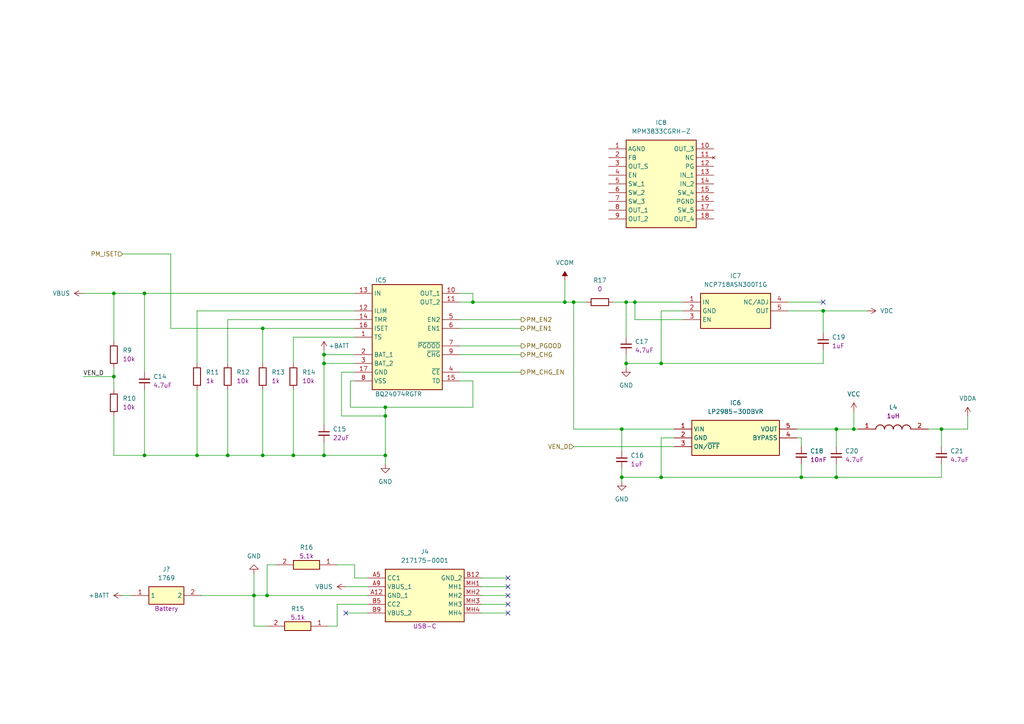
<source format=kicad_sch>
(kicad_sch (version 20230121) (generator eeschema)

  (uuid f21dad8b-bcc3-4f53-a871-2c7b9f9f529e)

  (paper "A4")

  (title_block
    (title "Power")
  )

  (lib_symbols
    (symbol "PCM_4ms_Capacitor:10nF_0603_25V" (pin_numbers hide) (pin_names (offset 0.254) hide) (in_bom yes) (on_board yes)
      (property "Reference" "C" (at 1.905 1.27 0)
        (effects (font (size 1.27 1.27)) (justify left))
      )
      (property "Value" "10nF_0603_25V" (at 0 3.81 0)
        (effects (font (size 1.27 1.27)) hide)
      )
      (property "Footprint" "4ms_Capacitor:C_0603" (at -2.54 -5.08 0)
        (effects (font (size 1.27 1.27)) (justify left) hide)
      )
      (property "Datasheet" "" (at 0 0 0)
        (effects (font (size 1.27 1.27)) hide)
      )
      (property "Specifications" "10nF, Min 25V, 10%, X7R or similar" (at -2.54 -7.874 0)
        (effects (font (size 1.27 1.27)) (justify left) hide)
      )
      (property "Manufacturer" "AVX Corporation" (at -2.54 -9.398 0)
        (effects (font (size 1.27 1.27)) (justify left) hide)
      )
      (property "Part Number" "06035C103KAT2A" (at -2.54 -10.922 0)
        (effects (font (size 1.27 1.27)) (justify left) hide)
      )
      (property "Display" "10nF" (at 1.905 -1.27 0)
        (effects (font (size 1.27 1.27)) (justify left))
      )
      (property "JLCPCB ID" "C57112" (at 0 -12.7 0)
        (effects (font (size 1.27 1.27)) hide)
      )
      (property "ki_keywords" "10nF_0603_25V" (at 0 0 0)
        (effects (font (size 1.27 1.27)) hide)
      )
      (property "ki_description" "10nF, Min 25V, 10%, X7R or similar" (at 0 0 0)
        (effects (font (size 1.27 1.27)) hide)
      )
      (property "ki_fp_filters" "C_*" (at 0 0 0)
        (effects (font (size 1.27 1.27)) hide)
      )
      (symbol "10nF_0603_25V_0_1"
        (polyline
          (pts
            (xy -1.524 -0.508)
            (xy 1.524 -0.508)
          )
          (stroke (width 0.3302) (type default))
          (fill (type none))
        )
        (polyline
          (pts
            (xy -1.524 0.508)
            (xy 1.524 0.508)
          )
          (stroke (width 0.3048) (type default))
          (fill (type none))
        )
      )
      (symbol "10nF_0603_25V_1_1"
        (pin passive line (at 0 2.54 270) (length 2.032)
          (name "~" (effects (font (size 1.27 1.27))))
          (number "1" (effects (font (size 1.27 1.27))))
        )
        (pin passive line (at 0 -2.54 90) (length 2.032)
          (name "~" (effects (font (size 1.27 1.27))))
          (number "2" (effects (font (size 1.27 1.27))))
        )
      )
    )
    (symbol "PCM_4ms_Capacitor:1uF_0603_25V" (pin_numbers hide) (pin_names (offset 0.254) hide) (in_bom yes) (on_board yes)
      (property "Reference" "C" (at 1.905 1.27 0)
        (effects (font (size 1.27 1.27)) (justify left))
      )
      (property "Value" "1uF_0603_25V" (at 0 3.81 0)
        (effects (font (size 1.27 1.27)) hide)
      )
      (property "Footprint" "4ms_Capacitor:C_0603" (at -2.54 -5.08 0)
        (effects (font (size 1.27 1.27)) (justify left) hide)
      )
      (property "Datasheet" "" (at 0 0 0)
        (effects (font (size 1.27 1.27)) hide)
      )
      (property "Specifications" "1uF, Min. 25V, 0603, Ceramic/MLCC" (at -2.54 -7.874 0)
        (effects (font (size 1.27 1.27)) (justify left) hide)
      )
      (property "Manufacturer" "Murata" (at -2.54 -9.398 0)
        (effects (font (size 1.27 1.27)) (justify left) hide)
      )
      (property "Part Number" "GRM188R61E105KA12D" (at -2.54 -10.922 0)
        (effects (font (size 1.27 1.27)) (justify left) hide)
      )
      (property "Display" "1uF/25V" (at 1.905 -1.27 0)
        (effects (font (size 1.27 1.27)) (justify left))
      )
      (property "JLCPCB ID" "C15849" (at 1.27 -12.7 0)
        (effects (font (size 1.27 1.27)) hide)
      )
      (property "ki_keywords" "1uF_0603_25V" (at 0 0 0)
        (effects (font (size 1.27 1.27)) hide)
      )
      (property "ki_description" "1uF, Min. 25V, 0603, Ceramic/MLCC" (at 0 0 0)
        (effects (font (size 1.27 1.27)) hide)
      )
      (property "ki_fp_filters" "C_*" (at 0 0 0)
        (effects (font (size 1.27 1.27)) hide)
      )
      (symbol "1uF_0603_25V_0_1"
        (polyline
          (pts
            (xy -1.524 -0.508)
            (xy 1.524 -0.508)
          )
          (stroke (width 0.3302) (type default))
          (fill (type none))
        )
        (polyline
          (pts
            (xy -1.524 0.508)
            (xy 1.524 0.508)
          )
          (stroke (width 0.3048) (type default))
          (fill (type none))
        )
      )
      (symbol "1uF_0603_25V_1_1"
        (pin passive line (at 0 2.54 270) (length 2.032)
          (name "~" (effects (font (size 1.27 1.27))))
          (number "1" (effects (font (size 1.27 1.27))))
        )
        (pin passive line (at 0 -2.54 90) (length 2.032)
          (name "~" (effects (font (size 1.27 1.27))))
          (number "2" (effects (font (size 1.27 1.27))))
        )
      )
    )
    (symbol "PCM_4ms_Capacitor:22uF_0603_16V" (pin_numbers hide) (pin_names (offset 0.254) hide) (in_bom yes) (on_board yes)
      (property "Reference" "C" (at 1.905 1.27 0)
        (effects (font (size 1.27 1.27)) (justify left))
      )
      (property "Value" "22uF_0603_16V" (at 0 3.81 0)
        (effects (font (size 1.27 1.27)) hide)
      )
      (property "Footprint" "4ms_Capacitor:C_0805" (at -2.54 -5.08 0)
        (effects (font (size 1.27 1.27)) (justify left) hide)
      )
      (property "Datasheet" "" (at 0 0 0)
        (effects (font (size 1.27 1.27)) hide)
      )
      (property "Specifications" "22uF, 16V,10%,X5R or X7R,0603" (at -2.54 -7.874 0)
        (effects (font (size 1.27 1.27)) (justify left) hide)
      )
      (property "Manufacturer" "Murata" (at -2.54 -9.398 0)
        (effects (font (size 1.27 1.27)) (justify left) hide)
      )
      (property "Part Number" "GRM219R61C226ME15K" (at -2.54 -10.922 0)
        (effects (font (size 1.27 1.27)) (justify left) hide)
      )
      (property "Display" "22uF/16V" (at 1.905 -1.27 0)
        (effects (font (size 1.27 1.27)) (justify left))
      )
      (property "ki_keywords" "22uF_0603_16V" (at 0 0 0)
        (effects (font (size 1.27 1.27)) hide)
      )
      (property "ki_description" "22uF, 16V,10%,X5R or X7R,0603" (at 0 0 0)
        (effects (font (size 1.27 1.27)) hide)
      )
      (property "ki_fp_filters" "C_*" (at 0 0 0)
        (effects (font (size 1.27 1.27)) hide)
      )
      (symbol "22uF_0603_16V_0_1"
        (polyline
          (pts
            (xy -1.524 -0.508)
            (xy 1.524 -0.508)
          )
          (stroke (width 0.3302) (type default))
          (fill (type none))
        )
        (polyline
          (pts
            (xy -1.524 0.508)
            (xy 1.524 0.508)
          )
          (stroke (width 0.3048) (type default))
          (fill (type none))
        )
      )
      (symbol "22uF_0603_16V_1_1"
        (pin passive line (at 0 2.54 270) (length 2.032)
          (name "~" (effects (font (size 1.27 1.27))))
          (number "1" (effects (font (size 1.27 1.27))))
        )
        (pin passive line (at 0 -2.54 90) (length 2.032)
          (name "~" (effects (font (size 1.27 1.27))))
          (number "2" (effects (font (size 1.27 1.27))))
        )
      )
    )
    (symbol "PCM_4ms_Capacitor:4.7uF_1206_lowESR" (pin_numbers hide) (pin_names (offset 0.254) hide) (in_bom yes) (on_board yes)
      (property "Reference" "C" (at 1.905 1.27 0)
        (effects (font (size 1.27 1.27)) (justify left))
      )
      (property "Value" "4.7uF_1206_lowESR" (at 0 3.81 0)
        (effects (font (size 1.27 1.27)) hide)
      )
      (property "Footprint" "4ms_Capacitor:C_1206" (at -2.54 -5.08 0)
        (effects (font (size 1.27 1.27)) (justify left) hide)
      )
      (property "Datasheet" "" (at 0 0 0)
        (effects (font (size 1.27 1.27)) hide)
      )
      (property "Specifications" "4.7uF, Min. 16V, ESR<=100mΩ@1MHz, 1206, MLCC" (at -2.54 -7.874 0)
        (effects (font (size 1.27 1.27)) (justify left) hide)
      )
      (property "Manufacturer" "Taiyo Yuden" (at -2.54 -9.398 0)
        (effects (font (size 1.27 1.27)) (justify left) hide)
      )
      (property "Part Number" "EMF316AB7475KLHT" (at -2.54 -10.922 0)
        (effects (font (size 1.27 1.27)) (justify left) hide)
      )
      (property "Display" "4.7uF/16V/100mΩ" (at 1.905 -1.27 0)
        (effects (font (size 1.27 1.27)) (justify left))
      )
      (property "ki_keywords" "4.7uF 1206 16V Low ESR 100mΩ 100mOhm" (at 0 0 0)
        (effects (font (size 1.27 1.27)) hide)
      )
      (property "ki_description" "4.7uF, Min. 16V, ESR<=100mΩ@1MHz, 1206, MLCC" (at 0 0 0)
        (effects (font (size 1.27 1.27)) hide)
      )
      (property "ki_fp_filters" "C_*" (at 0 0 0)
        (effects (font (size 1.27 1.27)) hide)
      )
      (symbol "4.7uF_1206_lowESR_0_1"
        (polyline
          (pts
            (xy -1.524 -0.508)
            (xy 1.524 -0.508)
          )
          (stroke (width 0.3302) (type default))
          (fill (type none))
        )
        (polyline
          (pts
            (xy -1.524 0.508)
            (xy 1.524 0.508)
          )
          (stroke (width 0.3048) (type default))
          (fill (type none))
        )
      )
      (symbol "4.7uF_1206_lowESR_1_1"
        (pin passive line (at 0 2.54 270) (length 2.032)
          (name "~" (effects (font (size 1.27 1.27))))
          (number "1" (effects (font (size 1.27 1.27))))
        )
        (pin passive line (at 0 -2.54 90) (length 2.032)
          (name "~" (effects (font (size 1.27 1.27))))
          (number "2" (effects (font (size 1.27 1.27))))
        )
      )
    )
    (symbol "PCM_4ms_Resistor:0R_0603" (pin_numbers hide) (pin_names (offset 0)) (in_bom yes) (on_board yes)
      (property "Reference" "R" (at 2.032 0 90)
        (effects (font (size 1.27 1.27)))
      )
      (property "Value" "0R_0603" (at -2.54 0 90)
        (effects (font (size 1.27 1.27)) hide)
      )
      (property "Footprint" "4ms_Resistor:R_0603" (at -2.54 -12.7 0)
        (effects (font (size 1.27 1.27)) (justify left) hide)
      )
      (property "Datasheet" "" (at 0 0 0)
        (effects (font (size 1.27 1.27)) hide)
      )
      (property "Specifications" "0R, 1%, 1/10W, 0603" (at -2.54 -7.874 0)
        (effects (font (size 1.27 1.27)) (justify left) hide)
      )
      (property "Manufacturer" "Yageo" (at -2.54 -9.398 0)
        (effects (font (size 1.27 1.27)) (justify left) hide)
      )
      (property "Part Number" "RC0603FR-100RL" (at -2.54 -10.922 0)
        (effects (font (size 1.27 1.27)) (justify left) hide)
      )
      (property "Display" "0R" (at 3.81 0 90)
        (effects (font (size 1.27 1.27)))
      )
      (property "JLCPCB ID" "C21189" (at 0 0 0)
        (effects (font (size 1.27 1.27)) hide)
      )
      (property "ki_keywords" "0R_0603" (at 0 0 0)
        (effects (font (size 1.27 1.27)) hide)
      )
      (property "ki_description" "0R, 1%, 1/10W, 0603" (at 0 0 0)
        (effects (font (size 1.27 1.27)) hide)
      )
      (property "ki_fp_filters" "R_* R_*" (at 0 0 0)
        (effects (font (size 1.27 1.27)) hide)
      )
      (symbol "0R_0603_0_1"
        (rectangle (start -1.016 -2.54) (end 1.016 2.54)
          (stroke (width 0.254) (type default))
          (fill (type none))
        )
      )
      (symbol "0R_0603_1_1"
        (pin passive line (at 0 3.81 270) (length 1.27)
          (name "~" (effects (font (size 1.27 1.27))))
          (number "1" (effects (font (size 1.27 1.27))))
        )
        (pin passive line (at 0 -3.81 90) (length 1.27)
          (name "~" (effects (font (size 1.27 1.27))))
          (number "2" (effects (font (size 1.27 1.27))))
        )
      )
    )
    (symbol "PCM_4ms_Resistor:10k_0402" (pin_numbers hide) (pin_names (offset 0)) (in_bom yes) (on_board yes)
      (property "Reference" "R" (at 2.032 0 90)
        (effects (font (size 1.27 1.27)))
      )
      (property "Value" "10k_0402" (at -2.54 0 90)
        (effects (font (size 1.27 1.27)) hide)
      )
      (property "Footprint" "Resistor_SMD:R_0402_1005Metric" (at -2.54 -12.7 0)
        (effects (font (size 1.27 1.27)) (justify left) hide)
      )
      (property "Datasheet" "" (at 0 0 0)
        (effects (font (size 1.27 1.27)) hide)
      )
      (property "Specifications" "10k, 1%, 1/10W, 0402" (at -2.54 -7.874 0)
        (effects (font (size 1.27 1.27)) (justify left) hide)
      )
      (property "Manufacturer" "Yageo" (at -2.54 -9.398 0)
        (effects (font (size 1.27 1.27)) (justify left) hide)
      )
      (property "Part Number" "RT0402FRE0710KL" (at -2.54 -10.922 0)
        (effects (font (size 1.27 1.27)) (justify left) hide)
      )
      (property "Display" "10k" (at 3.81 0 90)
        (effects (font (size 1.27 1.27)))
      )
      (property "Manufacturer 2" "Yageo" (at 0 0 0)
        (effects (font (size 1.27 1.27)) hide)
      )
      (property "Part Number 2" "RT0402DRE0710KL" (at 0 0 0)
        (effects (font (size 1.27 1.27)) hide)
      )
      (property "ki_keywords" "10k 0402" (at 0 0 0)
        (effects (font (size 1.27 1.27)) hide)
      )
      (property "ki_description" "10k, 1%, 1/16W, 0603" (at 0 0 0)
        (effects (font (size 1.27 1.27)) hide)
      )
      (property "ki_fp_filters" "R_*" (at 0 0 0)
        (effects (font (size 1.27 1.27)) hide)
      )
      (symbol "10k_0402_0_1"
        (rectangle (start -1.016 -2.54) (end 1.016 2.54)
          (stroke (width 0.254) (type default))
          (fill (type none))
        )
      )
      (symbol "10k_0402_1_1"
        (pin passive line (at 0 3.81 270) (length 1.27)
          (name "~" (effects (font (size 1.27 1.27))))
          (number "1" (effects (font (size 1.27 1.27))))
        )
        (pin passive line (at 0 -3.81 90) (length 1.27)
          (name "~" (effects (font (size 1.27 1.27))))
          (number "2" (effects (font (size 1.27 1.27))))
        )
      )
    )
    (symbol "PCM_4ms_Resistor:1k_0603" (pin_numbers hide) (pin_names (offset 0)) (in_bom yes) (on_board yes)
      (property "Reference" "R" (at 2.032 0 90)
        (effects (font (size 1.27 1.27)))
      )
      (property "Value" "1k_0603" (at -2.54 0 90)
        (effects (font (size 1.27 1.27)) hide)
      )
      (property "Footprint" "4ms_Resistor:R_0603" (at -2.54 -12.7 0)
        (effects (font (size 1.27 1.27)) (justify left) hide)
      )
      (property "Datasheet" "" (at 0 0 0)
        (effects (font (size 1.27 1.27)) hide)
      )
      (property "Specifications" "1K, 1%, 1/10W, 0603" (at -2.54 -7.874 0)
        (effects (font (size 1.27 1.27)) (justify left) hide)
      )
      (property "Manufacturer" "Yageo" (at -2.54 -9.398 0)
        (effects (font (size 1.27 1.27)) (justify left) hide)
      )
      (property "Part Number" "RC0603FR-071KL" (at -2.54 -10.922 0)
        (effects (font (size 1.27 1.27)) (justify left) hide)
      )
      (property "Display" "1k" (at 3.81 0 90)
        (effects (font (size 1.27 1.27)))
      )
      (property "JLCPCB ID" "C21190" (at 1.27 -15.24 0)
        (effects (font (size 1.27 1.27)) hide)
      )
      (property "ki_keywords" "1k_0603" (at 0 0 0)
        (effects (font (size 1.27 1.27)) hide)
      )
      (property "ki_description" "1K, 1%, 1/10W, 0603" (at 0 0 0)
        (effects (font (size 1.27 1.27)) hide)
      )
      (property "ki_fp_filters" "R_* R_*" (at 0 0 0)
        (effects (font (size 1.27 1.27)) hide)
      )
      (symbol "1k_0603_0_1"
        (rectangle (start -1.016 -2.54) (end 1.016 2.54)
          (stroke (width 0.254) (type default))
          (fill (type none))
        )
      )
      (symbol "1k_0603_1_1"
        (pin passive line (at 0 3.81 270) (length 1.27)
          (name "~" (effects (font (size 1.27 1.27))))
          (number "1" (effects (font (size 1.27 1.27))))
        )
        (pin passive line (at 0 -3.81 90) (length 1.27)
          (name "~" (effects (font (size 1.27 1.27))))
          (number "2" (effects (font (size 1.27 1.27))))
        )
      )
    )
    (symbol "SamacSys_Parts:1769" (in_bom yes) (on_board yes)
      (property "Reference" "J" (at 16.51 7.62 0)
        (effects (font (size 1.27 1.27)) (justify left top))
      )
      (property "Value" "1769" (at 16.51 5.08 0)
        (effects (font (size 1.27 1.27)) (justify left top))
      )
      (property "Footprint" "1769" (at 16.51 -94.92 0)
        (effects (font (size 1.27 1.27)) (justify left top) hide)
      )
      (property "Datasheet" "https://cdn-shop.adafruit.com/datasheets/17311.pdf" (at 16.51 -194.92 0)
        (effects (font (size 1.27 1.27)) (justify left top) hide)
      )
      (property "Height" "" (at 16.51 -394.92 0)
        (effects (font (size 1.27 1.27)) (justify left top) hide)
      )
      (property "Mouser Part Number" "485-1769" (at 16.51 -494.92 0)
        (effects (font (size 1.27 1.27)) (justify left top) hide)
      )
      (property "Mouser Price/Stock" "https://www.mouser.co.uk/ProductDetail/Adafruit/1769?qs=GURawfaeGuBbgoGtf2XstA%3D%3D" (at 16.51 -594.92 0)
        (effects (font (size 1.27 1.27)) (justify left top) hide)
      )
      (property "Manufacturer_Name" "Adafruit" (at 16.51 -694.92 0)
        (effects (font (size 1.27 1.27)) (justify left top) hide)
      )
      (property "Manufacturer_Part_Number" "1769" (at 16.51 -794.92 0)
        (effects (font (size 1.27 1.27)) (justify left top) hide)
      )
      (property "ki_description" "Adafruit Accessories JST-PH 2-pin SMT Right Angle Connect" (at 0 0 0)
        (effects (font (size 1.27 1.27)) hide)
      )
      (symbol "1769_1_1"
        (rectangle (start 5.08 2.54) (end 15.24 -2.54)
          (stroke (width 0.254) (type default))
          (fill (type background))
        )
        (pin passive line (at 0 0 0) (length 5.08)
          (name "1" (effects (font (size 1.27 1.27))))
          (number "1" (effects (font (size 1.27 1.27))))
        )
        (pin passive line (at 20.32 0 180) (length 5.08)
          (name "2" (effects (font (size 1.27 1.27))))
          (number "2" (effects (font (size 1.27 1.27))))
        )
      )
    )
    (symbol "SamacSys_Parts:217175-0001" (in_bom yes) (on_board yes)
      (property "Reference" "J" (at 29.21 7.62 0)
        (effects (font (size 1.27 1.27)) (justify left top))
      )
      (property "Value" "217175-0001" (at 29.21 5.08 0)
        (effects (font (size 1.27 1.27)) (justify left top))
      )
      (property "Footprint" "2171750001" (at 29.21 -94.92 0)
        (effects (font (size 1.27 1.27)) (justify left top) hide)
      )
      (property "Datasheet" "https://www.molex.com/pdm_docs/sd/2171750001_sd.pdf" (at 29.21 -194.92 0)
        (effects (font (size 1.27 1.27)) (justify left top) hide)
      )
      (property "Height" "3.46" (at 29.21 -394.92 0)
        (effects (font (size 1.27 1.27)) (justify left top) hide)
      )
      (property "Mouser Part Number" "538-217175-0001" (at 29.21 -494.92 0)
        (effects (font (size 1.27 1.27)) (justify left top) hide)
      )
      (property "Mouser Price/Stock" "https://www.mouser.co.uk/ProductDetail/Molex/217175-0001?qs=DRkmTr78QARWJMiqNnldSg%3D%3D" (at 29.21 -594.92 0)
        (effects (font (size 1.27 1.27)) (justify left top) hide)
      )
      (property "Manufacturer_Name" "Molex" (at 29.21 -694.92 0)
        (effects (font (size 1.27 1.27)) (justify left top) hide)
      )
      (property "Manufacturer_Part_Number" "217175-0001" (at 29.21 -794.92 0)
        (effects (font (size 1.27 1.27)) (justify left top) hide)
      )
      (property "ki_description" "Connector USB Type C Female 6Positions 0.5mm Right Angle SMT Embossed T/R - Tape and Reel" (at 0 0 0)
        (effects (font (size 1.27 1.27)) hide)
      )
      (symbol "217175-0001_1_1"
        (rectangle (start 5.08 2.54) (end 27.94 -12.7)
          (stroke (width 0.254) (type default))
          (fill (type background))
        )
        (pin passive line (at 0 -5.08 0) (length 5.08)
          (name "GND_1" (effects (font (size 1.27 1.27))))
          (number "A12" (effects (font (size 1.27 1.27))))
        )
        (pin passive line (at 0 0 0) (length 5.08)
          (name "CC1" (effects (font (size 1.27 1.27))))
          (number "A5" (effects (font (size 1.27 1.27))))
        )
        (pin passive line (at 0 -2.54 0) (length 5.08)
          (name "VBUS_1" (effects (font (size 1.27 1.27))))
          (number "A9" (effects (font (size 1.27 1.27))))
        )
        (pin passive line (at 33.02 0 180) (length 5.08)
          (name "GND_2" (effects (font (size 1.27 1.27))))
          (number "B12" (effects (font (size 1.27 1.27))))
        )
        (pin passive line (at 0 -7.62 0) (length 5.08)
          (name "CC2" (effects (font (size 1.27 1.27))))
          (number "B5" (effects (font (size 1.27 1.27))))
        )
        (pin passive line (at 0 -10.16 0) (length 5.08)
          (name "VBUS_2" (effects (font (size 1.27 1.27))))
          (number "B9" (effects (font (size 1.27 1.27))))
        )
        (pin passive line (at 33.02 -2.54 180) (length 5.08)
          (name "MH1" (effects (font (size 1.27 1.27))))
          (number "MH1" (effects (font (size 1.27 1.27))))
        )
        (pin passive line (at 33.02 -5.08 180) (length 5.08)
          (name "MH2" (effects (font (size 1.27 1.27))))
          (number "MH2" (effects (font (size 1.27 1.27))))
        )
        (pin passive line (at 33.02 -7.62 180) (length 5.08)
          (name "MH3" (effects (font (size 1.27 1.27))))
          (number "MH3" (effects (font (size 1.27 1.27))))
        )
        (pin passive line (at 33.02 -10.16 180) (length 5.08)
          (name "MH4" (effects (font (size 1.27 1.27))))
          (number "MH4" (effects (font (size 1.27 1.27))))
        )
      )
    )
    (symbol "SamacSys_Parts:74479262210" (pin_names hide) (in_bom yes) (on_board yes)
      (property "Reference" "L" (at 16.51 6.35 0)
        (effects (font (size 1.27 1.27)) (justify left top))
      )
      (property "Value" "74479262210" (at 16.51 3.81 0)
        (effects (font (size 1.27 1.27)) (justify left top))
      )
      (property "Footprint" "INDC1608X80N" (at 16.51 -96.19 0)
        (effects (font (size 1.27 1.27)) (justify left top) hide)
      )
      (property "Datasheet" "https://componentsearchengine.com/Datasheets/2/74479262210.pdf" (at 16.51 -196.19 0)
        (effects (font (size 1.27 1.27)) (justify left top) hide)
      )
      (property "Height" "0.8" (at 16.51 -396.19 0)
        (effects (font (size 1.27 1.27)) (justify left top) hide)
      )
      (property "Mouser Part Number" "710-74479262210" (at 16.51 -496.19 0)
        (effects (font (size 1.27 1.27)) (justify left top) hide)
      )
      (property "Mouser Price/Stock" "https://www.mouser.co.uk/ProductDetail/Wurth-Elektronik/74479262210?qs=16w8nSHsg3uPCneNOMKamw%3D%3D" (at 16.51 -596.19 0)
        (effects (font (size 1.27 1.27)) (justify left top) hide)
      )
      (property "Manufacturer_Name" "Wurth Elektronik" (at 16.51 -696.19 0)
        (effects (font (size 1.27 1.27)) (justify left top) hide)
      )
      (property "Manufacturer_Part_Number" "74479262210" (at 16.51 -796.19 0)
        (effects (font (size 1.27 1.27)) (justify left top) hide)
      )
      (property "ki_description" "Wurth WE-PMCI Series 1 uH Multilayer SMD Inductor, 0603 Case, SRF: 80MHz 1.2A dc 195m Rdc" (at 0 0 0)
        (effects (font (size 1.27 1.27)) hide)
      )
      (symbol "74479262210_1_1"
        (arc (start 7.62 0) (mid 6.35 1.219) (end 5.08 0)
          (stroke (width 0.254) (type default))
          (fill (type none))
        )
        (arc (start 10.16 0) (mid 8.89 1.219) (end 7.62 0)
          (stroke (width 0.254) (type default))
          (fill (type none))
        )
        (arc (start 12.7 0) (mid 11.43 1.219) (end 10.16 0)
          (stroke (width 0.254) (type default))
          (fill (type none))
        )
        (arc (start 15.24 0) (mid 13.97 1.219) (end 12.7 0)
          (stroke (width 0.254) (type default))
          (fill (type none))
        )
        (pin passive line (at 0 0 0) (length 5.08)
          (name "1" (effects (font (size 1.27 1.27))))
          (number "1" (effects (font (size 1.27 1.27))))
        )
        (pin passive line (at 20.32 0 180) (length 5.08)
          (name "2" (effects (font (size 1.27 1.27))))
          (number "2" (effects (font (size 1.27 1.27))))
        )
      )
    )
    (symbol "SamacSys_Parts:BQ24074RGTR" (in_bom yes) (on_board yes)
      (property "Reference" "IC1" (at 7.62 11.43 0)
        (effects (font (size 1.27 1.27)))
      )
      (property "Value" "BQ24074RGTR" (at 12.7 -21.59 0)
        (effects (font (size 1.27 1.27)))
      )
      (property "Footprint" "QFN50P300X300X100-17N-D" (at 26.67 -87.3 0)
        (effects (font (size 1.27 1.27)) (justify left top) hide)
      )
      (property "Datasheet" "http://www.ti.com/lit/ds/symlink/bq24074.pdf" (at 26.67 -187.3 0)
        (effects (font (size 1.27 1.27)) (justify left top) hide)
      )
      (property "Height" "1" (at 26.67 -387.3 0)
        (effects (font (size 1.27 1.27)) (justify left top) hide)
      )
      (property "Mouser Part Number" "595-BQ24074RGTR" (at 26.67 -487.3 0)
        (effects (font (size 1.27 1.27)) (justify left top) hide)
      )
      (property "Mouser Price/Stock" "https://www.mouser.co.uk/ProductDetail/Texas-Instruments/BQ24074RGTR?qs=ZV%2Fxhq4oszp2Nll7fIx5wg%3D%3D" (at 26.67 -587.3 0)
        (effects (font (size 1.27 1.27)) (justify left top) hide)
      )
      (property "Manufacturer_Name" "Texas Instruments" (at 26.67 -687.3 0)
        (effects (font (size 1.27 1.27)) (justify left top) hide)
      )
      (property "Manufacturer_Part_Number" "BQ24074RGTR" (at 26.67 -787.3 0)
        (effects (font (size 1.27 1.27)) (justify left top) hide)
      )
      (property "ki_description" "USB-Friendly Li-Ion Battery Charger and Power-Path Management IC, 10.5V OVP" (at 0 0 0)
        (effects (font (size 1.27 1.27)) hide)
      )
      (symbol "BQ24074RGTR_1_1"
        (rectangle (start 5.08 10.16) (end 25.4 -20.32)
          (stroke (width 0.254) (type default))
          (fill (type background))
        )
        (pin passive line (at 0 -5.08 0) (length 5.08)
          (name "TS" (effects (font (size 1.27 1.27))))
          (number "1" (effects (font (size 1.27 1.27))))
        )
        (pin passive line (at 30.48 7.62 180) (length 5.08)
          (name "OUT_1" (effects (font (size 1.27 1.27))))
          (number "10" (effects (font (size 1.27 1.27))))
        )
        (pin passive line (at 30.48 5.08 180) (length 5.08)
          (name "OUT_2" (effects (font (size 1.27 1.27))))
          (number "11" (effects (font (size 1.27 1.27))))
        )
        (pin passive line (at 0 2.54 0) (length 5.08)
          (name "ILIM" (effects (font (size 1.27 1.27))))
          (number "12" (effects (font (size 1.27 1.27))))
        )
        (pin passive line (at 0 7.62 0) (length 5.08)
          (name "IN" (effects (font (size 1.27 1.27))))
          (number "13" (effects (font (size 1.27 1.27))))
        )
        (pin passive line (at 0 0 0) (length 5.08)
          (name "TMR" (effects (font (size 1.27 1.27))))
          (number "14" (effects (font (size 1.27 1.27))))
        )
        (pin passive line (at 30.48 -17.78 180) (length 5.08)
          (name "TD" (effects (font (size 1.27 1.27))))
          (number "15" (effects (font (size 1.27 1.27))))
        )
        (pin passive line (at 0 -2.54 0) (length 5.08)
          (name "ISET" (effects (font (size 1.27 1.27))))
          (number "16" (effects (font (size 1.27 1.27))))
        )
        (pin passive line (at 0 -15.24 0) (length 5.08)
          (name "GND" (effects (font (size 1.27 1.27))))
          (number "17" (effects (font (size 1.27 1.27))))
        )
        (pin passive line (at 0 -10.16 0) (length 5.08)
          (name "BAT_1" (effects (font (size 1.27 1.27))))
          (number "2" (effects (font (size 1.27 1.27))))
        )
        (pin passive line (at 0 -12.7 0) (length 5.08)
          (name "BAT_2" (effects (font (size 1.27 1.27))))
          (number "3" (effects (font (size 1.27 1.27))))
        )
        (pin passive line (at 30.48 -15.24 180) (length 5.08)
          (name "~{CE}" (effects (font (size 1.27 1.27))))
          (number "4" (effects (font (size 1.27 1.27))))
        )
        (pin passive line (at 30.48 0 180) (length 5.08)
          (name "EN2" (effects (font (size 1.27 1.27))))
          (number "5" (effects (font (size 1.27 1.27))))
        )
        (pin passive line (at 30.48 -2.54 180) (length 5.08)
          (name "EN1" (effects (font (size 1.27 1.27))))
          (number "6" (effects (font (size 1.27 1.27))))
        )
        (pin passive line (at 30.48 -7.62 180) (length 5.08)
          (name "~{PGOOD}" (effects (font (size 1.27 1.27))))
          (number "7" (effects (font (size 1.27 1.27))))
        )
        (pin passive line (at 0 -17.78 0) (length 5.08)
          (name "VSS" (effects (font (size 1.27 1.27))))
          (number "8" (effects (font (size 1.27 1.27))))
        )
        (pin passive line (at 30.48 -10.16 180) (length 5.08)
          (name "~{CHG}" (effects (font (size 1.27 1.27))))
          (number "9" (effects (font (size 1.27 1.27))))
        )
      )
    )
    (symbol "SamacSys_Parts:CRCW04025K10FKTD" (pin_names hide) (in_bom yes) (on_board yes)
      (property "Reference" "R" (at 13.97 6.35 0)
        (effects (font (size 1.27 1.27)) (justify left top))
      )
      (property "Value" "CRCW04025K10FKTD" (at 13.97 3.81 0)
        (effects (font (size 1.27 1.27)) (justify left top))
      )
      (property "Footprint" "RESC1005X40N" (at 13.97 -96.19 0)
        (effects (font (size 1.27 1.27)) (justify left top) hide)
      )
      (property "Datasheet" "http://www.vishay.com/docs/20035/dcrcwe3.pdf" (at 13.97 -196.19 0)
        (effects (font (size 1.27 1.27)) (justify left top) hide)
      )
      (property "Height" "0.4" (at 13.97 -396.19 0)
        (effects (font (size 1.27 1.27)) (justify left top) hide)
      )
      (property "Mouser Part Number" "71-CRCW0402-5.1K" (at 13.97 -496.19 0)
        (effects (font (size 1.27 1.27)) (justify left top) hide)
      )
      (property "Mouser Price/Stock" "https://www.mouser.co.uk/ProductDetail/Vishay-Dale/CRCW04025K10FKTD?qs=tEoI2WxJuYtWUw7PHRiLkg%3D%3D" (at 13.97 -596.19 0)
        (effects (font (size 1.27 1.27)) (justify left top) hide)
      )
      (property "Manufacturer_Name" "Vishay" (at 13.97 -696.19 0)
        (effects (font (size 1.27 1.27)) (justify left top) hide)
      )
      (property "Manufacturer_Part_Number" "CRCW04025K10FKTD" (at 13.97 -796.19 0)
        (effects (font (size 1.27 1.27)) (justify left top) hide)
      )
      (property "ki_description" "Thick Film Resistors - SMD 1/16watt 5.1Kohms 1%" (at 0 0 0)
        (effects (font (size 1.27 1.27)) hide)
      )
      (symbol "CRCW04025K10FKTD_1_1"
        (rectangle (start 5.08 1.27) (end 12.7 -1.27)
          (stroke (width 0.254) (type default))
          (fill (type background))
        )
        (pin passive line (at 0 0 0) (length 5.08)
          (name "1" (effects (font (size 1.27 1.27))))
          (number "1" (effects (font (size 1.27 1.27))))
        )
        (pin passive line (at 17.78 0 180) (length 5.08)
          (name "2" (effects (font (size 1.27 1.27))))
          (number "2" (effects (font (size 1.27 1.27))))
        )
      )
    )
    (symbol "SamacSys_Parts:LP2985-30DBVR" (in_bom yes) (on_board yes)
      (property "Reference" "IC3" (at 17.78 7.62 0)
        (effects (font (size 1.27 1.27)))
      )
      (property "Value" "LP2985-30DBVR" (at 17.78 5.08 0)
        (effects (font (size 1.27 1.27)))
      )
      (property "Footprint" "SOT95P280X145-5N" (at 31.75 -94.92 0)
        (effects (font (size 1.27 1.27)) (justify left top) hide)
      )
      (property "Datasheet" "http://www.ti.com/lit/gpn/lp2985" (at 31.75 -194.92 0)
        (effects (font (size 1.27 1.27)) (justify left top) hide)
      )
      (property "Height" "1.45" (at 31.75 -394.92 0)
        (effects (font (size 1.27 1.27)) (justify left top) hide)
      )
      (property "Mouser Part Number" "595-LP2985-30DBVR" (at 31.75 -494.92 0)
        (effects (font (size 1.27 1.27)) (justify left top) hide)
      )
      (property "Mouser Price/Stock" "https://www.mouser.co.uk/ProductDetail/Texas-Instruments/LP2985-30DBVR?qs=iSMark9AYDWJqjjCQuouOw%3D%3D" (at 31.75 -594.92 0)
        (effects (font (size 1.27 1.27)) (justify left top) hide)
      )
      (property "Manufacturer_Name" "Texas Instruments" (at 31.75 -694.92 0)
        (effects (font (size 1.27 1.27)) (justify left top) hide)
      )
      (property "Manufacturer_Part_Number" "LP2985-30DBVR" (at 31.75 -794.92 0)
        (effects (font (size 1.27 1.27)) (justify left top) hide)
      )
      (property "ki_description" "150-mA Low-noise Low-dropout Regulator With Shutdown" (at 0 0 0)
        (effects (font (size 1.27 1.27)) hide)
      )
      (symbol "LP2985-30DBVR_1_1"
        (rectangle (start 5.08 2.54) (end 30.48 -7.62)
          (stroke (width 0.254) (type default))
          (fill (type background))
        )
        (pin passive line (at 0 0 0) (length 5.08)
          (name "VIN" (effects (font (size 1.27 1.27))))
          (number "1" (effects (font (size 1.27 1.27))))
        )
        (pin passive line (at 0 -2.54 0) (length 5.08)
          (name "GND" (effects (font (size 1.27 1.27))))
          (number "2" (effects (font (size 1.27 1.27))))
        )
        (pin passive line (at 0 -5.08 0) (length 5.08)
          (name "ON/~{OFF}" (effects (font (size 1.27 1.27))))
          (number "3" (effects (font (size 1.27 1.27))))
        )
        (pin passive line (at 35.56 -2.54 180) (length 5.08)
          (name "BYPASS" (effects (font (size 1.27 1.27))))
          (number "4" (effects (font (size 1.27 1.27))))
        )
        (pin passive line (at 35.56 0 180) (length 5.08)
          (name "VOUT" (effects (font (size 1.27 1.27))))
          (number "5" (effects (font (size 1.27 1.27))))
        )
      )
    )
    (symbol "SamacSys_Parts:MPM3833CGRH-Z" (in_bom yes) (on_board yes)
      (property "Reference" "IC" (at 26.67 7.62 0)
        (effects (font (size 1.27 1.27)) (justify left top))
      )
      (property "Value" "MPM3833CGRH-Z" (at 26.67 5.08 0)
        (effects (font (size 1.27 1.27)) (justify left top))
      )
      (property "Footprint" "MPM3833CGRHP" (at 26.67 -94.92 0)
        (effects (font (size 1.27 1.27)) (justify left top) hide)
      )
      (property "Datasheet" "https://www.monolithicpower.com/en/mpm3833c.html" (at 26.67 -194.92 0)
        (effects (font (size 1.27 1.27)) (justify left top) hide)
      )
      (property "Height" "1.65" (at 26.67 -394.92 0)
        (effects (font (size 1.27 1.27)) (justify left top) hide)
      )
      (property "Mouser Part Number" "946-MPM3833CGRH-Z" (at 26.67 -494.92 0)
        (effects (font (size 1.27 1.27)) (justify left top) hide)
      )
      (property "Mouser Price/Stock" "https://www.mouser.co.uk/ProductDetail/Monolithic-Power-Systems-MPS/MPM3833CGRH-Z?qs=l7cgNqFNU1hClq0DBZDZVg%3D%3D" (at 26.67 -594.92 0)
        (effects (font (size 1.27 1.27)) (justify left top) hide)
      )
      (property "Manufacturer_Name" "Monolithic Power Systems (MPS)" (at 26.67 -694.92 0)
        (effects (font (size 1.27 1.27)) (justify left top) hide)
      )
      (property "Manufacturer_Part_Number" "MPM3833CGRH-Z" (at 26.67 -794.92 0)
        (effects (font (size 1.27 1.27)) (justify left top) hide)
      )
      (property "ki_description" "Switching Voltage Regulators 6V Input, 3A, ultra-small Module Synchronous Step-Down Converter with Integrated Inductor" (at 0 0 0)
        (effects (font (size 1.27 1.27)) hide)
      )
      (symbol "MPM3833CGRH-Z_1_1"
        (rectangle (start 5.08 2.54) (end 25.4 -22.86)
          (stroke (width 0.254) (type default))
          (fill (type background))
        )
        (pin passive line (at 0 0 0) (length 5.08)
          (name "AGND" (effects (font (size 1.27 1.27))))
          (number "1" (effects (font (size 1.27 1.27))))
        )
        (pin passive line (at 30.48 0 180) (length 5.08)
          (name "OUT_3" (effects (font (size 1.27 1.27))))
          (number "10" (effects (font (size 1.27 1.27))))
        )
        (pin no_connect line (at 30.48 -2.54 180) (length 5.08)
          (name "NC" (effects (font (size 1.27 1.27))))
          (number "11" (effects (font (size 1.27 1.27))))
        )
        (pin passive line (at 30.48 -5.08 180) (length 5.08)
          (name "PG" (effects (font (size 1.27 1.27))))
          (number "12" (effects (font (size 1.27 1.27))))
        )
        (pin passive line (at 30.48 -7.62 180) (length 5.08)
          (name "IN_1" (effects (font (size 1.27 1.27))))
          (number "13" (effects (font (size 1.27 1.27))))
        )
        (pin passive line (at 30.48 -10.16 180) (length 5.08)
          (name "IN_2" (effects (font (size 1.27 1.27))))
          (number "14" (effects (font (size 1.27 1.27))))
        )
        (pin passive line (at 30.48 -12.7 180) (length 5.08)
          (name "SW_4" (effects (font (size 1.27 1.27))))
          (number "15" (effects (font (size 1.27 1.27))))
        )
        (pin passive line (at 30.48 -15.24 180) (length 5.08)
          (name "PGND" (effects (font (size 1.27 1.27))))
          (number "16" (effects (font (size 1.27 1.27))))
        )
        (pin passive line (at 30.48 -17.78 180) (length 5.08)
          (name "SW_5" (effects (font (size 1.27 1.27))))
          (number "17" (effects (font (size 1.27 1.27))))
        )
        (pin passive line (at 30.48 -20.32 180) (length 5.08)
          (name "OUT_4" (effects (font (size 1.27 1.27))))
          (number "18" (effects (font (size 1.27 1.27))))
        )
        (pin passive line (at 0 -2.54 0) (length 5.08)
          (name "FB" (effects (font (size 1.27 1.27))))
          (number "2" (effects (font (size 1.27 1.27))))
        )
        (pin passive line (at 0 -5.08 0) (length 5.08)
          (name "OUT_S" (effects (font (size 1.27 1.27))))
          (number "3" (effects (font (size 1.27 1.27))))
        )
        (pin passive line (at 0 -7.62 0) (length 5.08)
          (name "EN" (effects (font (size 1.27 1.27))))
          (number "4" (effects (font (size 1.27 1.27))))
        )
        (pin passive line (at 0 -10.16 0) (length 5.08)
          (name "SW_1" (effects (font (size 1.27 1.27))))
          (number "5" (effects (font (size 1.27 1.27))))
        )
        (pin passive line (at 0 -12.7 0) (length 5.08)
          (name "SW_2" (effects (font (size 1.27 1.27))))
          (number "6" (effects (font (size 1.27 1.27))))
        )
        (pin passive line (at 0 -15.24 0) (length 5.08)
          (name "SW_3" (effects (font (size 1.27 1.27))))
          (number "7" (effects (font (size 1.27 1.27))))
        )
        (pin passive line (at 0 -17.78 0) (length 5.08)
          (name "OUT_1" (effects (font (size 1.27 1.27))))
          (number "8" (effects (font (size 1.27 1.27))))
        )
        (pin passive line (at 0 -20.32 0) (length 5.08)
          (name "OUT_2" (effects (font (size 1.27 1.27))))
          (number "9" (effects (font (size 1.27 1.27))))
        )
      )
    )
    (symbol "SamacSys_Parts:NCP718ASN300T1G" (in_bom yes) (on_board yes)
      (property "Reference" "IC" (at 26.67 7.62 0)
        (effects (font (size 1.27 1.27)) (justify left top))
      )
      (property "Value" "NCP718ASN300T1G" (at 26.67 5.08 0)
        (effects (font (size 1.27 1.27)) (justify left top))
      )
      (property "Footprint" "SOT95P280X100-5N" (at 26.67 -94.92 0)
        (effects (font (size 1.27 1.27)) (justify left top) hide)
      )
      (property "Datasheet" "" (at 26.67 -194.92 0)
        (effects (font (size 1.27 1.27)) (justify left top) hide)
      )
      (property "Height" "1" (at 26.67 -394.92 0)
        (effects (font (size 1.27 1.27)) (justify left top) hide)
      )
      (property "Mouser Part Number" "863-NCP718ASN300T1G" (at 26.67 -494.92 0)
        (effects (font (size 1.27 1.27)) (justify left top) hide)
      )
      (property "Mouser Price/Stock" "https://www.mouser.co.uk/ProductDetail/onsemi/NCP718ASN300T1G?qs=MLItCLRbWswjQ5VnBmYTng%3D%3D" (at 26.67 -594.92 0)
        (effects (font (size 1.27 1.27)) (justify left top) hide)
      )
      (property "Manufacturer_Name" "onsemi" (at 26.67 -694.92 0)
        (effects (font (size 1.27 1.27)) (justify left top) hide)
      )
      (property "Manufacturer_Part_Number" "NCP718ASN300T1G" (at 26.67 -794.92 0)
        (effects (font (size 1.27 1.27)) (justify left top) hide)
      )
      (property "ki_description" "ON SEMICONDUCTOR - NCP718ASN300T1G - NCP718ASN300T1G" (at 0 0 0)
        (effects (font (size 1.27 1.27)) hide)
      )
      (symbol "NCP718ASN300T1G_1_1"
        (rectangle (start 5.08 2.54) (end 25.4 -7.62)
          (stroke (width 0.254) (type default))
          (fill (type background))
        )
        (pin passive line (at 0 0 0) (length 5.08)
          (name "IN" (effects (font (size 1.27 1.27))))
          (number "1" (effects (font (size 1.27 1.27))))
        )
        (pin passive line (at 0 -2.54 0) (length 5.08)
          (name "GND" (effects (font (size 1.27 1.27))))
          (number "2" (effects (font (size 1.27 1.27))))
        )
        (pin passive line (at 0 -5.08 0) (length 5.08)
          (name "EN" (effects (font (size 1.27 1.27))))
          (number "3" (effects (font (size 1.27 1.27))))
        )
        (pin passive line (at 30.48 0 180) (length 5.08)
          (name "NC/ADJ" (effects (font (size 1.27 1.27))))
          (number "4" (effects (font (size 1.27 1.27))))
        )
        (pin passive line (at 30.48 -2.54 180) (length 5.08)
          (name "OUT" (effects (font (size 1.27 1.27))))
          (number "5" (effects (font (size 1.27 1.27))))
        )
      )
    )
    (symbol "power:+BATT" (power) (pin_names (offset 0)) (in_bom yes) (on_board yes)
      (property "Reference" "#PWR" (at 0 -3.81 0)
        (effects (font (size 1.27 1.27)) hide)
      )
      (property "Value" "+BATT" (at 0 3.556 0)
        (effects (font (size 1.27 1.27)))
      )
      (property "Footprint" "" (at 0 0 0)
        (effects (font (size 1.27 1.27)) hide)
      )
      (property "Datasheet" "" (at 0 0 0)
        (effects (font (size 1.27 1.27)) hide)
      )
      (property "ki_keywords" "global power battery" (at 0 0 0)
        (effects (font (size 1.27 1.27)) hide)
      )
      (property "ki_description" "Power symbol creates a global label with name \"+BATT\"" (at 0 0 0)
        (effects (font (size 1.27 1.27)) hide)
      )
      (symbol "+BATT_0_1"
        (polyline
          (pts
            (xy -0.762 1.27)
            (xy 0 2.54)
          )
          (stroke (width 0) (type default))
          (fill (type none))
        )
        (polyline
          (pts
            (xy 0 0)
            (xy 0 2.54)
          )
          (stroke (width 0) (type default))
          (fill (type none))
        )
        (polyline
          (pts
            (xy 0 2.54)
            (xy 0.762 1.27)
          )
          (stroke (width 0) (type default))
          (fill (type none))
        )
      )
      (symbol "+BATT_1_1"
        (pin power_in line (at 0 0 90) (length 0) hide
          (name "+BATT" (effects (font (size 1.27 1.27))))
          (number "1" (effects (font (size 1.27 1.27))))
        )
      )
    )
    (symbol "power:GND" (power) (pin_names (offset 0)) (in_bom yes) (on_board yes)
      (property "Reference" "#PWR" (at 0 -6.35 0)
        (effects (font (size 1.27 1.27)) hide)
      )
      (property "Value" "GND" (at 0 -3.81 0)
        (effects (font (size 1.27 1.27)))
      )
      (property "Footprint" "" (at 0 0 0)
        (effects (font (size 1.27 1.27)) hide)
      )
      (property "Datasheet" "" (at 0 0 0)
        (effects (font (size 1.27 1.27)) hide)
      )
      (property "ki_keywords" "global power" (at 0 0 0)
        (effects (font (size 1.27 1.27)) hide)
      )
      (property "ki_description" "Power symbol creates a global label with name \"GND\" , ground" (at 0 0 0)
        (effects (font (size 1.27 1.27)) hide)
      )
      (symbol "GND_0_1"
        (polyline
          (pts
            (xy 0 0)
            (xy 0 -1.27)
            (xy 1.27 -1.27)
            (xy 0 -2.54)
            (xy -1.27 -1.27)
            (xy 0 -1.27)
          )
          (stroke (width 0) (type default))
          (fill (type none))
        )
      )
      (symbol "GND_1_1"
        (pin power_in line (at 0 0 270) (length 0) hide
          (name "GND" (effects (font (size 1.27 1.27))))
          (number "1" (effects (font (size 1.27 1.27))))
        )
      )
    )
    (symbol "power:VBUS" (power) (pin_names (offset 0)) (in_bom yes) (on_board yes)
      (property "Reference" "#PWR" (at 0 -3.81 0)
        (effects (font (size 1.27 1.27)) hide)
      )
      (property "Value" "VBUS" (at 0 3.81 0)
        (effects (font (size 1.27 1.27)))
      )
      (property "Footprint" "" (at 0 0 0)
        (effects (font (size 1.27 1.27)) hide)
      )
      (property "Datasheet" "" (at 0 0 0)
        (effects (font (size 1.27 1.27)) hide)
      )
      (property "ki_keywords" "global power" (at 0 0 0)
        (effects (font (size 1.27 1.27)) hide)
      )
      (property "ki_description" "Power symbol creates a global label with name \"VBUS\"" (at 0 0 0)
        (effects (font (size 1.27 1.27)) hide)
      )
      (symbol "VBUS_0_1"
        (polyline
          (pts
            (xy -0.762 1.27)
            (xy 0 2.54)
          )
          (stroke (width 0) (type default))
          (fill (type none))
        )
        (polyline
          (pts
            (xy 0 0)
            (xy 0 2.54)
          )
          (stroke (width 0) (type default))
          (fill (type none))
        )
        (polyline
          (pts
            (xy 0 2.54)
            (xy 0.762 1.27)
          )
          (stroke (width 0) (type default))
          (fill (type none))
        )
      )
      (symbol "VBUS_1_1"
        (pin power_in line (at 0 0 90) (length 0) hide
          (name "VBUS" (effects (font (size 1.27 1.27))))
          (number "1" (effects (font (size 1.27 1.27))))
        )
      )
    )
    (symbol "power:VCC" (power) (pin_names (offset 0)) (in_bom yes) (on_board yes)
      (property "Reference" "#PWR" (at 0 -3.81 0)
        (effects (font (size 1.27 1.27)) hide)
      )
      (property "Value" "VCC" (at 0 3.81 0)
        (effects (font (size 1.27 1.27)))
      )
      (property "Footprint" "" (at 0 0 0)
        (effects (font (size 1.27 1.27)) hide)
      )
      (property "Datasheet" "" (at 0 0 0)
        (effects (font (size 1.27 1.27)) hide)
      )
      (property "ki_keywords" "global power" (at 0 0 0)
        (effects (font (size 1.27 1.27)) hide)
      )
      (property "ki_description" "Power symbol creates a global label with name \"VCC\"" (at 0 0 0)
        (effects (font (size 1.27 1.27)) hide)
      )
      (symbol "VCC_0_1"
        (polyline
          (pts
            (xy -0.762 1.27)
            (xy 0 2.54)
          )
          (stroke (width 0) (type default))
          (fill (type none))
        )
        (polyline
          (pts
            (xy 0 0)
            (xy 0 2.54)
          )
          (stroke (width 0) (type default))
          (fill (type none))
        )
        (polyline
          (pts
            (xy 0 2.54)
            (xy 0.762 1.27)
          )
          (stroke (width 0) (type default))
          (fill (type none))
        )
      )
      (symbol "VCC_1_1"
        (pin power_in line (at 0 0 90) (length 0) hide
          (name "VCC" (effects (font (size 1.27 1.27))))
          (number "1" (effects (font (size 1.27 1.27))))
        )
      )
    )
    (symbol "power:VCOM" (power) (pin_names (offset 0)) (in_bom yes) (on_board yes)
      (property "Reference" "#PWR" (at 0 -3.81 0)
        (effects (font (size 1.27 1.27)) hide)
      )
      (property "Value" "VCOM" (at 0 3.81 0)
        (effects (font (size 1.27 1.27)))
      )
      (property "Footprint" "" (at 0 0 0)
        (effects (font (size 1.27 1.27)) hide)
      )
      (property "Datasheet" "" (at 0 0 0)
        (effects (font (size 1.27 1.27)) hide)
      )
      (property "ki_keywords" "global power" (at 0 0 0)
        (effects (font (size 1.27 1.27)) hide)
      )
      (property "ki_description" "Power symbol creates a global label with name \"VCOM\"" (at 0 0 0)
        (effects (font (size 1.27 1.27)) hide)
      )
      (symbol "VCOM_0_1"
        (polyline
          (pts
            (xy 0 0)
            (xy 0 2.54)
          )
          (stroke (width 0) (type default))
          (fill (type none))
        )
        (polyline
          (pts
            (xy 0.762 1.27)
            (xy -0.762 1.27)
            (xy 0 2.54)
            (xy 0.762 1.27)
          )
          (stroke (width 0) (type default))
          (fill (type outline))
        )
      )
      (symbol "VCOM_1_1"
        (pin power_in line (at 0 0 90) (length 0) hide
          (name "VCOM" (effects (font (size 1.27 1.27))))
          (number "1" (effects (font (size 1.27 1.27))))
        )
      )
    )
    (symbol "power:VDC" (power) (pin_names (offset 0)) (in_bom yes) (on_board yes)
      (property "Reference" "#PWR" (at 0 -2.54 0)
        (effects (font (size 1.27 1.27)) hide)
      )
      (property "Value" "VDC" (at 0 6.35 0)
        (effects (font (size 1.27 1.27)))
      )
      (property "Footprint" "" (at 0 0 0)
        (effects (font (size 1.27 1.27)) hide)
      )
      (property "Datasheet" "" (at 0 0 0)
        (effects (font (size 1.27 1.27)) hide)
      )
      (property "ki_keywords" "global power" (at 0 0 0)
        (effects (font (size 1.27 1.27)) hide)
      )
      (property "ki_description" "Power symbol creates a global label with name \"VDC\"" (at 0 0 0)
        (effects (font (size 1.27 1.27)) hide)
      )
      (symbol "VDC_0_1"
        (polyline
          (pts
            (xy -0.762 1.27)
            (xy 0 2.54)
          )
          (stroke (width 0) (type default))
          (fill (type none))
        )
        (polyline
          (pts
            (xy 0 0)
            (xy 0 2.54)
          )
          (stroke (width 0) (type default))
          (fill (type none))
        )
        (polyline
          (pts
            (xy 0 2.54)
            (xy 0.762 1.27)
          )
          (stroke (width 0) (type default))
          (fill (type none))
        )
      )
      (symbol "VDC_1_1"
        (pin power_in line (at 0 0 90) (length 0) hide
          (name "VDC" (effects (font (size 1.27 1.27))))
          (number "1" (effects (font (size 1.27 1.27))))
        )
      )
    )
    (symbol "power:VDDA" (power) (pin_names (offset 0)) (in_bom yes) (on_board yes)
      (property "Reference" "#PWR" (at 0 -3.81 0)
        (effects (font (size 1.27 1.27)) hide)
      )
      (property "Value" "VDDA" (at 0 3.81 0)
        (effects (font (size 1.27 1.27)))
      )
      (property "Footprint" "" (at 0 0 0)
        (effects (font (size 1.27 1.27)) hide)
      )
      (property "Datasheet" "" (at 0 0 0)
        (effects (font (size 1.27 1.27)) hide)
      )
      (property "ki_keywords" "global power" (at 0 0 0)
        (effects (font (size 1.27 1.27)) hide)
      )
      (property "ki_description" "Power symbol creates a global label with name \"VDDA\"" (at 0 0 0)
        (effects (font (size 1.27 1.27)) hide)
      )
      (symbol "VDDA_0_1"
        (polyline
          (pts
            (xy -0.762 1.27)
            (xy 0 2.54)
          )
          (stroke (width 0) (type default))
          (fill (type none))
        )
        (polyline
          (pts
            (xy 0 0)
            (xy 0 2.54)
          )
          (stroke (width 0) (type default))
          (fill (type none))
        )
        (polyline
          (pts
            (xy 0 2.54)
            (xy 0.762 1.27)
          )
          (stroke (width 0) (type default))
          (fill (type none))
        )
      )
      (symbol "VDDA_1_1"
        (pin power_in line (at 0 0 90) (length 0) hide
          (name "VDDA" (effects (font (size 1.27 1.27))))
          (number "1" (effects (font (size 1.27 1.27))))
        )
      )
    )
  )

  (junction (at 111.76 132.08) (diameter 0) (color 0 0 0 0)
    (uuid 286b0542-32fa-4380-af12-d948507191c7)
  )
  (junction (at 180.34 124.46) (diameter 0) (color 0 0 0 0)
    (uuid 28c4916c-b471-40f2-9070-6b3da97602c1)
  )
  (junction (at 93.98 105.41) (diameter 0) (color 0 0 0 0)
    (uuid 2cc049ff-e44c-48e6-b20d-ae3455f53a33)
  )
  (junction (at 85.09 132.08) (diameter 0) (color 0 0 0 0)
    (uuid 2f348f81-5d55-4e47-ade8-ebc466587868)
  )
  (junction (at 181.61 105.41) (diameter 0) (color 0 0 0 0)
    (uuid 2fd3bdff-b2bd-459d-8061-6c7cdf6f82fe)
  )
  (junction (at 33.02 109.22) (diameter 0) (color 0 0 0 0)
    (uuid 33e9b158-f9f5-4d82-b761-4f88d68eb216)
  )
  (junction (at 76.2 132.08) (diameter 0) (color 0 0 0 0)
    (uuid 394e7d53-cc9d-4ec8-84f2-79af4acc2c9a)
  )
  (junction (at 41.91 132.08) (diameter 0) (color 0 0 0 0)
    (uuid 3c92bd81-01e7-46a2-8280-0b72b69b5b44)
  )
  (junction (at 184.15 87.63) (diameter 0) (color 0 0 0 0)
    (uuid 3f76cfb0-9623-46b0-a049-37f86e6b9837)
  )
  (junction (at 33.02 85.09) (diameter 0) (color 0 0 0 0)
    (uuid 5126aa78-c0da-49a0-a518-5fb3422bef2a)
  )
  (junction (at 166.37 87.63) (diameter 0) (color 0 0 0 0)
    (uuid 536673f1-c889-4b25-a6f4-faa9c4f2e0b7)
  )
  (junction (at 181.61 87.63) (diameter 0) (color 0 0 0 0)
    (uuid 5708edd9-4948-4036-b332-d63ee6c0f975)
  )
  (junction (at 238.76 90.17) (diameter 0) (color 0 0 0 0)
    (uuid 5b092ffa-933f-47f1-8c61-745beb13c8da)
  )
  (junction (at 73.66 172.72) (diameter 0) (color 0 0 0 0)
    (uuid 629a1e2f-8d19-4d6a-b328-1e2532e46e59)
  )
  (junction (at 93.98 102.87) (diameter 0) (color 0 0 0 0)
    (uuid 6b8816c4-cc80-4501-b257-581e54e41d37)
  )
  (junction (at 137.16 87.63) (diameter 0) (color 0 0 0 0)
    (uuid 6cd73007-16da-4282-94c0-53edcf2f880c)
  )
  (junction (at 77.47 172.72) (diameter 0) (color 0 0 0 0)
    (uuid 6cfb3608-7a92-40f2-abc5-aefd6ceb59a8)
  )
  (junction (at 180.34 138.43) (diameter 0) (color 0 0 0 0)
    (uuid 7c05d0f2-7c20-4946-8d2a-d07d31c89d15)
  )
  (junction (at 76.2 95.25) (diameter 0) (color 0 0 0 0)
    (uuid 8ba30232-8f7f-40c2-8ade-346bcf8a6661)
  )
  (junction (at 111.76 118.11) (diameter 0) (color 0 0 0 0)
    (uuid 8be96b0e-3d04-47ca-97e8-95241ab82de2)
  )
  (junction (at 57.15 132.08) (diameter 0) (color 0 0 0 0)
    (uuid 94af3d0f-6a15-4753-acf3-55e8bc8360b6)
  )
  (junction (at 242.57 138.43) (diameter 0) (color 0 0 0 0)
    (uuid 94b2169c-9539-4c30-843e-7200544d8212)
  )
  (junction (at 191.77 138.43) (diameter 0) (color 0 0 0 0)
    (uuid 9b668a36-0488-45cc-a7a3-1c698cd51265)
  )
  (junction (at 247.65 124.46) (diameter 0) (color 0 0 0 0)
    (uuid 9f6fbba1-476d-4a42-859f-7a47622687c7)
  )
  (junction (at 93.98 132.08) (diameter 0) (color 0 0 0 0)
    (uuid a4791492-2193-4f07-8d38-7b590a703fb5)
  )
  (junction (at 111.76 120.65) (diameter 0) (color 0 0 0 0)
    (uuid af8a3913-343a-4ea9-b23e-0b2fdd06e829)
  )
  (junction (at 41.91 85.09) (diameter 0) (color 0 0 0 0)
    (uuid be428f0e-9f0e-404d-9b29-cceee7738e6d)
  )
  (junction (at 163.83 87.63) (diameter 0) (color 0 0 0 0)
    (uuid cbe6d154-b329-4413-8382-8164cac7352c)
  )
  (junction (at 191.77 105.41) (diameter 0) (color 0 0 0 0)
    (uuid dacd4d5b-72bc-4b2b-9845-c36ac53ee01f)
  )
  (junction (at 273.05 124.46) (diameter 0) (color 0 0 0 0)
    (uuid e00b0913-31c3-4887-9fa8-6950c31c079c)
  )
  (junction (at 66.04 132.08) (diameter 0) (color 0 0 0 0)
    (uuid e4dc82c6-f39b-4217-b358-e595cd5f977b)
  )
  (junction (at 242.57 124.46) (diameter 0) (color 0 0 0 0)
    (uuid f142ff27-d1c8-4506-afc7-529f448bce35)
  )
  (junction (at 232.41 138.43) (diameter 0) (color 0 0 0 0)
    (uuid f2b10f9e-3c07-41a3-8b34-4267e3eb2cc8)
  )

  (no_connect (at 147.32 175.26) (uuid 067f8ce9-68dc-4339-9a3c-f0de716b7da6))
  (no_connect (at 147.32 177.8) (uuid 5afd2b02-868a-4f2c-a57c-925116dde449))
  (no_connect (at 147.32 170.18) (uuid 7317ea68-bee7-4ed5-9332-ee76602e61e6))
  (no_connect (at 147.32 172.72) (uuid 9b09265c-6b9b-4316-8f90-13287d83b580))
  (no_connect (at 100.33 177.8) (uuid b65edc90-9062-4915-8d3f-6f6094f48339))
  (no_connect (at 238.76 87.63) (uuid db2ebacd-8a23-4266-a13d-97f2ef0885e2))
  (no_connect (at 147.32 167.64) (uuid fb1c089f-6cd7-453b-a363-b8a1504babc7))

  (wire (pts (xy 93.98 128.27) (xy 93.98 132.08))
    (stroke (width 0) (type default))
    (uuid 002bb138-5c94-4462-ad2d-3f0fe2767f14)
  )
  (wire (pts (xy 41.91 85.09) (xy 41.91 107.95))
    (stroke (width 0) (type default))
    (uuid 0238ffd3-1124-43cb-8df1-29076ec0091f)
  )
  (wire (pts (xy 57.15 132.08) (xy 66.04 132.08))
    (stroke (width 0) (type default))
    (uuid 02a6b578-3c5d-4885-8b3a-e9eab7ca2e7f)
  )
  (wire (pts (xy 49.53 95.25) (xy 49.53 73.66))
    (stroke (width 0) (type default))
    (uuid 051c8771-da0d-4742-800a-5a778188db03)
  )
  (wire (pts (xy 133.35 102.87) (xy 151.13 102.87))
    (stroke (width 0) (type default))
    (uuid 05f24233-b696-464f-a053-cd0f55d852ed)
  )
  (wire (pts (xy 73.66 172.72) (xy 77.47 172.72))
    (stroke (width 0) (type default))
    (uuid 0c8e06d9-acde-4f6b-8ed7-0d1269b9ac90)
  )
  (wire (pts (xy 35.56 73.66) (xy 49.53 73.66))
    (stroke (width 0) (type default))
    (uuid 0d2f0372-6fcd-433f-8677-3555d48030b6)
  )
  (wire (pts (xy 101.6 110.49) (xy 102.87 110.49))
    (stroke (width 0) (type default))
    (uuid 0f251dce-661b-477f-a5e6-626150ec2424)
  )
  (wire (pts (xy 247.65 119.38) (xy 247.65 124.46))
    (stroke (width 0) (type default))
    (uuid 101196fd-a83f-44a3-906f-4a93e1630a1e)
  )
  (wire (pts (xy 180.34 138.43) (xy 180.34 135.89))
    (stroke (width 0) (type default))
    (uuid 16d9d80b-b898-48bb-a25d-671e71083bba)
  )
  (wire (pts (xy 238.76 90.17) (xy 251.46 90.17))
    (stroke (width 0) (type default))
    (uuid 1b520080-4327-46c3-9948-572a97a0eed9)
  )
  (wire (pts (xy 49.53 95.25) (xy 76.2 95.25))
    (stroke (width 0) (type default))
    (uuid 1d7008e7-4fcd-49de-9d5e-76a7d0740f01)
  )
  (wire (pts (xy 238.76 105.41) (xy 191.77 105.41))
    (stroke (width 0) (type default))
    (uuid 1de5d105-932a-4ced-bdde-300869f40dd3)
  )
  (wire (pts (xy 93.98 102.87) (xy 102.87 102.87))
    (stroke (width 0) (type default))
    (uuid 1f4749d6-20fb-4f94-8f7d-acdc3399fa3a)
  )
  (wire (pts (xy 184.15 92.71) (xy 184.15 87.63))
    (stroke (width 0) (type default))
    (uuid 26576ec3-7a49-439d-a79e-fd3dcb50578a)
  )
  (wire (pts (xy 57.15 90.17) (xy 57.15 105.41))
    (stroke (width 0) (type default))
    (uuid 2700a2d4-967d-4a36-9c62-0b629a2b94ad)
  )
  (wire (pts (xy 76.2 95.25) (xy 102.87 95.25))
    (stroke (width 0) (type default))
    (uuid 28fa381d-12ea-4099-8135-26c0decdb63a)
  )
  (wire (pts (xy 231.14 127) (xy 232.41 127))
    (stroke (width 0) (type default))
    (uuid 29b0a7f5-2ff7-4596-909f-cc46a8df5aa9)
  )
  (wire (pts (xy 181.61 102.87) (xy 181.61 105.41))
    (stroke (width 0) (type default))
    (uuid 29eaa8ad-3d6d-43d7-86e0-d5248194d1de)
  )
  (wire (pts (xy 242.57 124.46) (xy 247.65 124.46))
    (stroke (width 0) (type default))
    (uuid 2af62760-a055-42f9-a11e-865e69030c2e)
  )
  (wire (pts (xy 41.91 113.03) (xy 41.91 132.08))
    (stroke (width 0) (type default))
    (uuid 304e3475-a658-4307-9ebc-40119fc2ce2c)
  )
  (wire (pts (xy 100.33 177.8) (xy 106.68 177.8))
    (stroke (width 0) (type default))
    (uuid 317bec60-2123-44ac-b0e4-823c0805a24b)
  )
  (wire (pts (xy 238.76 101.6) (xy 238.76 105.41))
    (stroke (width 0) (type default))
    (uuid 358cf03e-c228-48a7-9a2a-01705721acb3)
  )
  (wire (pts (xy 102.87 90.17) (xy 57.15 90.17))
    (stroke (width 0) (type default))
    (uuid 36b288fc-3a88-4fa9-9b72-e226b2e4848f)
  )
  (wire (pts (xy 33.02 85.09) (xy 33.02 99.06))
    (stroke (width 0) (type default))
    (uuid 38304f25-b903-406b-8a94-b96be35f1020)
  )
  (wire (pts (xy 180.34 124.46) (xy 180.34 130.81))
    (stroke (width 0) (type default))
    (uuid 3888555e-ea92-42bc-8e4c-59b0697301d1)
  )
  (wire (pts (xy 180.34 124.46) (xy 195.58 124.46))
    (stroke (width 0) (type default))
    (uuid 38890aa6-01e2-4c80-bc82-ceea01299111)
  )
  (wire (pts (xy 97.79 181.61) (xy 95.25 181.61))
    (stroke (width 0) (type default))
    (uuid 3b5ba249-a853-4e79-86db-a92081a52ff4)
  )
  (wire (pts (xy 242.57 124.46) (xy 242.57 129.54))
    (stroke (width 0) (type default))
    (uuid 3b918e02-e55d-491b-a3aa-45cbbddeb6d2)
  )
  (wire (pts (xy 66.04 113.03) (xy 66.04 132.08))
    (stroke (width 0) (type default))
    (uuid 3f2daebe-33bc-4e51-b7b5-f52ae44d62ab)
  )
  (wire (pts (xy 41.91 132.08) (xy 57.15 132.08))
    (stroke (width 0) (type default))
    (uuid 4291fdca-3481-4693-840a-d888a1db6c74)
  )
  (wire (pts (xy 76.2 132.08) (xy 85.09 132.08))
    (stroke (width 0) (type default))
    (uuid 43293509-07e7-426c-90fc-1eff8eda9902)
  )
  (wire (pts (xy 232.41 127) (xy 232.41 129.54))
    (stroke (width 0) (type default))
    (uuid 454667ef-6b1d-4d51-adae-fb372494dfbc)
  )
  (wire (pts (xy 133.35 87.63) (xy 137.16 87.63))
    (stroke (width 0) (type default))
    (uuid 47261e66-48f4-4633-a423-428d003f7a0f)
  )
  (wire (pts (xy 111.76 118.11) (xy 111.76 120.65))
    (stroke (width 0) (type default))
    (uuid 4b0bbd84-878b-44b4-a626-042df62c9632)
  )
  (wire (pts (xy 139.7 175.26) (xy 147.32 175.26))
    (stroke (width 0) (type default))
    (uuid 4c0fc884-935e-46b8-8a5c-4ef95ea63a90)
  )
  (wire (pts (xy 93.98 101.6) (xy 93.98 102.87))
    (stroke (width 0) (type default))
    (uuid 4ea8b8be-e8aa-41d4-87ce-bedf1bd4dd81)
  )
  (wire (pts (xy 33.02 120.65) (xy 33.02 132.08))
    (stroke (width 0) (type default))
    (uuid 4f461844-ed1f-417a-adfc-45146b9172b1)
  )
  (wire (pts (xy 133.35 110.49) (xy 137.16 110.49))
    (stroke (width 0) (type default))
    (uuid 5058af00-316b-480a-9994-f3dc2a02427f)
  )
  (wire (pts (xy 77.47 172.72) (xy 106.68 172.72))
    (stroke (width 0) (type default))
    (uuid 5175910a-09a8-412f-8d0a-e4de4c053376)
  )
  (wire (pts (xy 102.87 167.64) (xy 102.87 163.83))
    (stroke (width 0) (type default))
    (uuid 54ee1794-7f03-498b-a74d-3901c6579c5f)
  )
  (wire (pts (xy 76.2 105.41) (xy 76.2 95.25))
    (stroke (width 0) (type default))
    (uuid 578eeba9-576f-4e53-b7dd-385158238f2a)
  )
  (wire (pts (xy 273.05 124.46) (xy 280.67 124.46))
    (stroke (width 0) (type default))
    (uuid 5817269a-328f-4079-9d47-860043f17382)
  )
  (wire (pts (xy 181.61 87.63) (xy 184.15 87.63))
    (stroke (width 0) (type default))
    (uuid 585f8157-58e1-4325-a70d-d61b3d4229a2)
  )
  (wire (pts (xy 137.16 87.63) (xy 163.83 87.63))
    (stroke (width 0) (type default))
    (uuid 5946a44d-6c9e-41bf-a636-a7738f99f52f)
  )
  (wire (pts (xy 66.04 92.71) (xy 66.04 105.41))
    (stroke (width 0) (type default))
    (uuid 60de3d15-72e7-4069-b3db-5f7a18c50649)
  )
  (wire (pts (xy 139.7 172.72) (xy 147.32 172.72))
    (stroke (width 0) (type default))
    (uuid 623bca1d-677f-4853-b5d4-198b064c4640)
  )
  (wire (pts (xy 242.57 134.62) (xy 242.57 138.43))
    (stroke (width 0) (type default))
    (uuid 644b6789-908a-46af-8b7f-09c7a0c5b7a5)
  )
  (wire (pts (xy 24.13 109.22) (xy 33.02 109.22))
    (stroke (width 0) (type default))
    (uuid 64b707a7-ef59-4559-b12a-2c3e4c4b93ff)
  )
  (wire (pts (xy 166.37 129.54) (xy 195.58 129.54))
    (stroke (width 0) (type default))
    (uuid 6672d2cf-df01-4aaf-a9d4-7f692ff785f3)
  )
  (wire (pts (xy 85.09 132.08) (xy 93.98 132.08))
    (stroke (width 0) (type default))
    (uuid 69b0e4d6-e363-4862-8d71-71c94ddc80ae)
  )
  (wire (pts (xy 133.35 107.95) (xy 151.13 107.95))
    (stroke (width 0) (type default))
    (uuid 6bfa1561-feba-4733-98f9-17bccd929ed0)
  )
  (wire (pts (xy 166.37 124.46) (xy 180.34 124.46))
    (stroke (width 0) (type default))
    (uuid 6e1f42f8-5185-47b3-b151-70870fed4da4)
  )
  (wire (pts (xy 166.37 87.63) (xy 170.18 87.63))
    (stroke (width 0) (type default))
    (uuid 6f2083a7-a5fb-4d3f-8928-cd0204431f3d)
  )
  (wire (pts (xy 85.09 113.03) (xy 85.09 132.08))
    (stroke (width 0) (type default))
    (uuid 727a165b-4a94-4dbf-93f2-517f8eb18299)
  )
  (wire (pts (xy 198.12 90.17) (xy 191.77 90.17))
    (stroke (width 0) (type default))
    (uuid 79234549-fa78-4eb6-a072-2424cfac7b15)
  )
  (wire (pts (xy 181.61 105.41) (xy 181.61 106.68))
    (stroke (width 0) (type default))
    (uuid 79460a2d-a0b0-4123-8aac-3c96b9de2edb)
  )
  (wire (pts (xy 24.13 85.09) (xy 33.02 85.09))
    (stroke (width 0) (type default))
    (uuid 79809839-0c04-4a35-ad70-29df90a15e00)
  )
  (wire (pts (xy 73.66 166.37) (xy 73.66 172.72))
    (stroke (width 0) (type default))
    (uuid 7a15e858-ddd5-4861-9eb9-6b110c16452d)
  )
  (wire (pts (xy 102.87 92.71) (xy 66.04 92.71))
    (stroke (width 0) (type default))
    (uuid 7c0fb606-aedb-41d1-a554-88312803c512)
  )
  (wire (pts (xy 231.14 124.46) (xy 242.57 124.46))
    (stroke (width 0) (type default))
    (uuid 7d5111e6-d8bc-4ece-ad56-172ed7bd19e6)
  )
  (wire (pts (xy 242.57 138.43) (xy 273.05 138.43))
    (stroke (width 0) (type default))
    (uuid 7e64c19f-a596-42f7-bd46-e8fb92fdcc63)
  )
  (wire (pts (xy 93.98 105.41) (xy 102.87 105.41))
    (stroke (width 0) (type default))
    (uuid 872938f2-9ae5-45aa-b75b-300a5a8df2bd)
  )
  (wire (pts (xy 85.09 97.79) (xy 102.87 97.79))
    (stroke (width 0) (type default))
    (uuid 872e692d-e236-4525-9dd6-ebdcd580526a)
  )
  (wire (pts (xy 163.83 87.63) (xy 166.37 87.63))
    (stroke (width 0) (type default))
    (uuid 88821cf4-a9d5-48bc-8f89-f7028f195208)
  )
  (wire (pts (xy 133.35 85.09) (xy 137.16 85.09))
    (stroke (width 0) (type default))
    (uuid 894a002b-12ee-4a88-b6ff-dbbb2800238e)
  )
  (wire (pts (xy 280.67 120.65) (xy 280.67 124.46))
    (stroke (width 0) (type default))
    (uuid 8a845f1d-5e40-4af3-b86a-d7979e0eb97c)
  )
  (wire (pts (xy 57.15 113.03) (xy 57.15 132.08))
    (stroke (width 0) (type default))
    (uuid 8aea8963-5e67-4e59-9f27-04e63fdf8e33)
  )
  (wire (pts (xy 137.16 110.49) (xy 137.16 118.11))
    (stroke (width 0) (type default))
    (uuid 8bf422a1-9b52-4a50-a2b1-96370a9a65ce)
  )
  (wire (pts (xy 99.06 120.65) (xy 111.76 120.65))
    (stroke (width 0) (type default))
    (uuid 8cf01d7f-5bf1-4e40-a453-6b5256da94cc)
  )
  (wire (pts (xy 111.76 120.65) (xy 111.76 132.08))
    (stroke (width 0) (type default))
    (uuid 933d4cda-f0d0-4951-9f56-64e0b09b1c44)
  )
  (wire (pts (xy 191.77 138.43) (xy 180.34 138.43))
    (stroke (width 0) (type default))
    (uuid 96e286d0-5197-4534-a5f7-da9a7ef2cd3e)
  )
  (wire (pts (xy 111.76 132.08) (xy 111.76 134.62))
    (stroke (width 0) (type default))
    (uuid 9758f2b2-07b1-4a99-be74-81a95c36fb5c)
  )
  (wire (pts (xy 191.77 90.17) (xy 191.77 105.41))
    (stroke (width 0) (type default))
    (uuid 97ff32b2-8650-4b52-9c29-93344bafc52a)
  )
  (wire (pts (xy 106.68 167.64) (xy 102.87 167.64))
    (stroke (width 0) (type default))
    (uuid 9be7ce92-cae1-4ef9-9dee-f0121d058f98)
  )
  (wire (pts (xy 101.6 110.49) (xy 101.6 118.11))
    (stroke (width 0) (type default))
    (uuid 9e315af4-fc40-47b3-a174-634119566bb9)
  )
  (wire (pts (xy 180.34 138.43) (xy 180.34 139.7))
    (stroke (width 0) (type default))
    (uuid a21bc6f7-6b8f-43a4-b34e-59e750661ede)
  )
  (wire (pts (xy 97.79 175.26) (xy 106.68 175.26))
    (stroke (width 0) (type default))
    (uuid a2df2da2-0bac-4f8d-b851-ed63604c8f78)
  )
  (wire (pts (xy 195.58 127) (xy 191.77 127))
    (stroke (width 0) (type default))
    (uuid a308bb46-23a6-46b3-b417-817ea094ca85)
  )
  (wire (pts (xy 33.02 132.08) (xy 41.91 132.08))
    (stroke (width 0) (type default))
    (uuid a3269f28-01c1-4050-ac4b-e4d81f7273d3)
  )
  (wire (pts (xy 273.05 124.46) (xy 273.05 129.54))
    (stroke (width 0) (type default))
    (uuid a3f43610-17a0-412c-90cd-32fb6ddc6c67)
  )
  (wire (pts (xy 85.09 97.79) (xy 85.09 105.41))
    (stroke (width 0) (type default))
    (uuid a3fb9ba9-4981-46a3-9600-7e1c4ddf71de)
  )
  (wire (pts (xy 198.12 92.71) (xy 184.15 92.71))
    (stroke (width 0) (type default))
    (uuid a71284e0-ce65-4466-9560-43357e73fb2d)
  )
  (wire (pts (xy 181.61 87.63) (xy 181.61 97.79))
    (stroke (width 0) (type default))
    (uuid a779a6b7-6e60-441d-a86b-0a6872600a29)
  )
  (wire (pts (xy 269.24 124.46) (xy 273.05 124.46))
    (stroke (width 0) (type default))
    (uuid abe3fe92-7bff-48cd-af2d-17316ead1b51)
  )
  (wire (pts (xy 228.6 90.17) (xy 238.76 90.17))
    (stroke (width 0) (type default))
    (uuid ac29ff6c-f663-4bb5-a558-b584bcc90081)
  )
  (wire (pts (xy 33.02 85.09) (xy 41.91 85.09))
    (stroke (width 0) (type default))
    (uuid ade7acf8-f202-4aec-affe-6fc61bc121db)
  )
  (wire (pts (xy 102.87 107.95) (xy 99.06 107.95))
    (stroke (width 0) (type default))
    (uuid aee6951e-ddc8-4f92-9253-c2ed6def0de1)
  )
  (wire (pts (xy 232.41 138.43) (xy 191.77 138.43))
    (stroke (width 0) (type default))
    (uuid b2d55f1d-aa8a-4a30-9793-32d93b3313e6)
  )
  (wire (pts (xy 191.77 127) (xy 191.77 138.43))
    (stroke (width 0) (type default))
    (uuid b6b02f86-22e8-45ae-b195-d6dfca82ee84)
  )
  (wire (pts (xy 33.02 106.68) (xy 33.02 109.22))
    (stroke (width 0) (type default))
    (uuid b7be96fa-e362-4a92-a78c-8aa245f482b4)
  )
  (wire (pts (xy 238.76 90.17) (xy 238.76 96.52))
    (stroke (width 0) (type default))
    (uuid b8193271-1b87-455c-a63e-6fe9073ebf8d)
  )
  (wire (pts (xy 58.42 172.72) (xy 73.66 172.72))
    (stroke (width 0) (type default))
    (uuid b95b014e-24d0-408a-8ab7-9b5f7d308fa2)
  )
  (wire (pts (xy 163.83 81.28) (xy 163.83 87.63))
    (stroke (width 0) (type default))
    (uuid bc7ec68e-9a86-4d1f-adc8-a9a39baa705f)
  )
  (wire (pts (xy 166.37 87.63) (xy 166.37 124.46))
    (stroke (width 0) (type default))
    (uuid bf15ba27-bdcb-4a16-a930-45b011e7fa1c)
  )
  (wire (pts (xy 139.7 167.64) (xy 147.32 167.64))
    (stroke (width 0) (type default))
    (uuid c348a960-b78a-4167-b3aa-37fc73491d40)
  )
  (wire (pts (xy 232.41 138.43) (xy 242.57 138.43))
    (stroke (width 0) (type default))
    (uuid c5097b82-6eb2-43c7-8ffa-dafa22cf2f14)
  )
  (wire (pts (xy 139.7 170.18) (xy 147.32 170.18))
    (stroke (width 0) (type default))
    (uuid c7549b53-e24b-49e4-ae7f-3589a20ad394)
  )
  (wire (pts (xy 76.2 113.03) (xy 76.2 132.08))
    (stroke (width 0) (type default))
    (uuid ca3f7284-1b88-42dd-ba29-f10f1d7c89c5)
  )
  (wire (pts (xy 232.41 134.62) (xy 232.41 138.43))
    (stroke (width 0) (type default))
    (uuid caf46486-00ba-455f-9d3d-830f1353b4fb)
  )
  (wire (pts (xy 33.02 109.22) (xy 33.02 113.03))
    (stroke (width 0) (type default))
    (uuid cf51139d-3488-4a5d-a85e-88784de61f99)
  )
  (wire (pts (xy 247.65 124.46) (xy 248.92 124.46))
    (stroke (width 0) (type default))
    (uuid cf93870f-bcc8-4661-b77b-478f2b919604)
  )
  (wire (pts (xy 133.35 92.71) (xy 151.13 92.71))
    (stroke (width 0) (type default))
    (uuid d10ccc83-2415-4152-997d-c92994c0ccd4)
  )
  (wire (pts (xy 228.6 87.63) (xy 238.76 87.63))
    (stroke (width 0) (type default))
    (uuid d3ef64e8-e32c-4983-b548-ba309e21a706)
  )
  (wire (pts (xy 66.04 132.08) (xy 76.2 132.08))
    (stroke (width 0) (type default))
    (uuid d70ca3e2-0c8a-48a7-b584-daa74399cd38)
  )
  (wire (pts (xy 139.7 177.8) (xy 147.32 177.8))
    (stroke (width 0) (type default))
    (uuid d7822d6c-aeaa-40df-bd76-e35d3d03579d)
  )
  (wire (pts (xy 137.16 85.09) (xy 137.16 87.63))
    (stroke (width 0) (type default))
    (uuid dbfce783-a171-43ab-8426-4c3f3dc440ba)
  )
  (wire (pts (xy 80.01 163.83) (xy 77.47 163.83))
    (stroke (width 0) (type default))
    (uuid dc111032-39ac-47fd-9dea-8bcd7873bb6c)
  )
  (wire (pts (xy 133.35 100.33) (xy 151.13 100.33))
    (stroke (width 0) (type default))
    (uuid ddab0ee2-7652-4ce7-87d7-ec43e4f5e5f7)
  )
  (wire (pts (xy 93.98 102.87) (xy 93.98 105.41))
    (stroke (width 0) (type default))
    (uuid ddb2752e-2154-4547-9462-1496c81a1957)
  )
  (wire (pts (xy 191.77 105.41) (xy 181.61 105.41))
    (stroke (width 0) (type default))
    (uuid e4a90aa2-deb5-4db7-85d8-3fc4c8c1e2ea)
  )
  (wire (pts (xy 137.16 118.11) (xy 111.76 118.11))
    (stroke (width 0) (type default))
    (uuid e4b048c1-e63a-4d65-bbcd-98d074a22e30)
  )
  (wire (pts (xy 102.87 163.83) (xy 97.79 163.83))
    (stroke (width 0) (type default))
    (uuid e5622462-cb31-4f2e-a7df-38aa00cd2061)
  )
  (wire (pts (xy 73.66 181.61) (xy 77.47 181.61))
    (stroke (width 0) (type default))
    (uuid e6a4c79e-c3e6-4589-bec0-cb762dff14db)
  )
  (wire (pts (xy 273.05 134.62) (xy 273.05 138.43))
    (stroke (width 0) (type default))
    (uuid e7ce5607-6424-4143-bf74-46fe2eccc156)
  )
  (wire (pts (xy 38.1 172.72) (xy 35.56 172.72))
    (stroke (width 0) (type default))
    (uuid e9e6d5e0-7f55-48d0-85cf-826276503242)
  )
  (wire (pts (xy 93.98 132.08) (xy 111.76 132.08))
    (stroke (width 0) (type default))
    (uuid ea21a052-193b-4e38-8f74-cb04e00238d8)
  )
  (wire (pts (xy 41.91 85.09) (xy 102.87 85.09))
    (stroke (width 0) (type default))
    (uuid eafec425-a414-4068-a242-4c20b5117d9b)
  )
  (wire (pts (xy 77.47 163.83) (xy 77.47 172.72))
    (stroke (width 0) (type default))
    (uuid eb83a842-83de-41da-92ab-aadcaf6a62e0)
  )
  (wire (pts (xy 184.15 87.63) (xy 198.12 87.63))
    (stroke (width 0) (type default))
    (uuid edb59f27-e23b-4ced-bb30-ddd3d8ba589b)
  )
  (wire (pts (xy 133.35 95.25) (xy 151.13 95.25))
    (stroke (width 0) (type default))
    (uuid f11ae404-290d-4548-971c-d54701c13506)
  )
  (wire (pts (xy 93.98 105.41) (xy 93.98 123.19))
    (stroke (width 0) (type default))
    (uuid f4532014-de69-4e9d-b34d-51fdad21f82f)
  )
  (wire (pts (xy 106.68 170.18) (xy 100.33 170.18))
    (stroke (width 0) (type default))
    (uuid f65091bb-4c07-4eaa-9276-54792ff50e2f)
  )
  (wire (pts (xy 101.6 118.11) (xy 111.76 118.11))
    (stroke (width 0) (type default))
    (uuid f686c856-5745-4105-ac2c-eb26e778ae17)
  )
  (wire (pts (xy 97.79 181.61) (xy 97.79 175.26))
    (stroke (width 0) (type default))
    (uuid f7a26527-ec0b-4aa8-8dce-45cc40b35094)
  )
  (wire (pts (xy 99.06 107.95) (xy 99.06 120.65))
    (stroke (width 0) (type default))
    (uuid f7e9da26-81eb-4a41-aae5-267eb6968b22)
  )
  (wire (pts (xy 177.8 87.63) (xy 181.61 87.63))
    (stroke (width 0) (type default))
    (uuid f85da01a-1311-4b48-991b-695c16cbe289)
  )
  (wire (pts (xy 73.66 181.61) (xy 73.66 172.72))
    (stroke (width 0) (type default))
    (uuid fbbebd68-3f56-4f47-bfa3-b6583d917397)
  )

  (label "VEN_D" (at 24.13 109.22 0) (fields_autoplaced)
    (effects (font (size 1.27 1.27)) (justify left bottom))
    (uuid 913bbf35-225a-4d0f-a0eb-1e6998d7053d)
  )

  (hierarchical_label "PM_EN1" (shape output) (at 151.13 95.25 0) (fields_autoplaced)
    (effects (font (size 1.27 1.27)) (justify left))
    (uuid 041f448c-659f-4b85-98d4-fd54945ff080)
  )
  (hierarchical_label "PM_CHG" (shape output) (at 151.13 102.87 0) (fields_autoplaced)
    (effects (font (size 1.27 1.27)) (justify left))
    (uuid 08704067-4fd1-4c16-a553-fe6ecd41a234)
  )
  (hierarchical_label "VEN_D" (shape input) (at 166.37 129.54 180) (fields_autoplaced)
    (effects (font (size 1.27 1.27)) (justify right))
    (uuid 25872ded-cb7d-4dfb-9c69-7d41e67da544)
  )
  (hierarchical_label "PM_EN2" (shape output) (at 151.13 92.71 0) (fields_autoplaced)
    (effects (font (size 1.27 1.27)) (justify left))
    (uuid 278a5ba3-66a6-43b9-83d4-e90cc2f5ad4d)
  )
  (hierarchical_label "PM_ISET" (shape input) (at 35.56 73.66 180) (fields_autoplaced)
    (effects (font (size 1.27 1.27)) (justify right))
    (uuid e22197d7-b102-44a7-b208-b2904c07f501)
  )
  (hierarchical_label "PM_PGOOD" (shape output) (at 151.13 100.33 0) (fields_autoplaced)
    (effects (font (size 1.27 1.27)) (justify left))
    (uuid e434b9f5-b1f0-4697-9e7b-4a9ed1d94280)
  )
  (hierarchical_label "PM_CHG_EN" (shape output) (at 151.13 107.95 0) (fields_autoplaced)
    (effects (font (size 1.27 1.27)) (justify left))
    (uuid f5115846-66fb-4e3f-adea-815bad45e426)
  )

  (symbol (lib_id "SamacSys_Parts:1769") (at 38.1 172.72 0) (unit 1)
    (in_bom yes) (on_board yes) (dnp no)
    (uuid 0a1d1bcf-8ea8-4ca4-b632-856b1f03f9ed)
    (property "Reference" "J?" (at 48.26 165.1 0)
      (effects (font (size 1.27 1.27)))
    )
    (property "Value" "1769" (at 48.26 167.64 0)
      (effects (font (size 1.27 1.27)))
    )
    (property "Footprint" "1769" (at 54.61 267.64 0)
      (effects (font (size 1.27 1.27)) (justify left top) hide)
    )
    (property "Datasheet" "https://cdn-shop.adafruit.com/datasheets/17311.pdf" (at 54.61 367.64 0)
      (effects (font (size 1.27 1.27)) (justify left top) hide)
    )
    (property "Height" "" (at 54.61 567.64 0)
      (effects (font (size 1.27 1.27)) (justify left top) hide)
    )
    (property "Mouser Part Number" "485-1769" (at 54.61 667.64 0)
      (effects (font (size 1.27 1.27)) (justify left top) hide)
    )
    (property "Mouser Price/Stock" "https://www.mouser.co.uk/ProductDetail/Adafruit/1769?qs=GURawfaeGuBbgoGtf2XstA%3D%3D" (at 54.61 767.64 0)
      (effects (font (size 1.27 1.27)) (justify left top) hide)
    )
    (property "Manufacturer_Name" "Adafruit" (at 54.61 867.64 0)
      (effects (font (size 1.27 1.27)) (justify left top) hide)
    )
    (property "Manufacturer_Part_Number" "1769" (at 54.61 967.64 0)
      (effects (font (size 1.27 1.27)) (justify left top) hide)
    )
    (property "Component" "Battery" (at 48.26 176.53 0)
      (effects (font (size 1.27 1.27)))
    )
    (pin "1" (uuid 17c3b1d3-d9d6-4eb9-bcfe-cdcb6647daa2))
    (pin "2" (uuid 10d19c06-ca3f-4ab5-852d-3e8f07e93226))
    (instances
      (project "nano_drone"
        (path "/54090bd3-7c05-43c6-96a8-6f3a0fdf48be"
          (reference "J?") (unit 1)
        )
      )
      (project "drone"
        (path "/a9d9e6e7-8403-4088-be51-8a69908fe001/595faa8b-07ef-4660-a8df-521551d822da"
          (reference "J?") (unit 1)
        )
        (path "/a9d9e6e7-8403-4088-be51-8a69908fe001/b6bf16a7-faa7-434f-9005-38b8369fbbd9"
          (reference "J3") (unit 1)
        )
      )
      (project "POWER"
        (path "/befccfa1-9d24-4d6c-8c76-8e884d08ff73"
          (reference "J?") (unit 1)
        )
      )
      (project "drone"
        (path "/d34d8324-c983-4098-8d7e-5c2fbd34794d/f990703e-099d-439c-9e1d-875871db40e1"
          (reference "J1") (unit 1)
        )
      )
      (project "RF"
        (path "/de6644e7-b724-4f9d-a608-dcd90a915848"
          (reference "J?") (unit 1)
        )
      )
    )
  )

  (symbol (lib_id "SamacSys_Parts:CRCW04025K10FKTD") (at 95.25 181.61 180) (unit 1)
    (in_bom yes) (on_board yes) (dnp no)
    (uuid 193ff2ef-4e15-4d93-bb00-43f09e774ad7)
    (property "Reference" "R15" (at 86.36 176.53 0)
      (effects (font (size 1.27 1.27)))
    )
    (property "Value" "CRCW04025K10FKTD" (at 86.36 177.8 0)
      (effects (font (size 1.27 1.27)) hide)
    )
    (property "Footprint" "RESC1005X40N" (at 81.28 85.42 0)
      (effects (font (size 1.27 1.27)) (justify left top) hide)
    )
    (property "Datasheet" "http://www.vishay.com/docs/20035/dcrcwe3.pdf" (at 81.28 -14.58 0)
      (effects (font (size 1.27 1.27)) (justify left top) hide)
    )
    (property "Height" "0.4" (at 81.28 -214.58 0)
      (effects (font (size 1.27 1.27)) (justify left top) hide)
    )
    (property "Mouser Part Number" "71-CRCW0402-5.1K" (at 81.28 -314.58 0)
      (effects (font (size 1.27 1.27)) (justify left top) hide)
    )
    (property "Mouser Price/Stock" "https://www.mouser.co.uk/ProductDetail/Vishay-Dale/CRCW04025K10FKTD?qs=tEoI2WxJuYtWUw7PHRiLkg%3D%3D" (at 81.28 -414.58 0)
      (effects (font (size 1.27 1.27)) (justify left top) hide)
    )
    (property "Manufacturer_Name" "Vishay" (at 81.28 -514.58 0)
      (effects (font (size 1.27 1.27)) (justify left top) hide)
    )
    (property "Manufacturer_Part_Number" "CRCW04025K10FKTD" (at 81.28 -614.58 0)
      (effects (font (size 1.27 1.27)) (justify left top) hide)
    )
    (property "Display" "5.1k" (at 86.36 179.07 0)
      (effects (font (size 1.27 1.27)))
    )
    (pin "1" (uuid 3d1a04bc-e33f-4901-8638-398f0eac3748))
    (pin "2" (uuid b5cf20ac-88bd-4e7e-9282-6c8d5a3f25b2))
    (instances
      (project "drone"
        (path "/a9d9e6e7-8403-4088-be51-8a69908fe001/b6bf16a7-faa7-434f-9005-38b8369fbbd9"
          (reference "R15") (unit 1)
        )
      )
      (project "POWER"
        (path "/befccfa1-9d24-4d6c-8c76-8e884d08ff73"
          (reference "R?") (unit 1)
        )
      )
      (project "drone"
        (path "/d34d8324-c983-4098-8d7e-5c2fbd34794d/f990703e-099d-439c-9e1d-875871db40e1"
          (reference "R7") (unit 1)
        )
      )
    )
  )

  (symbol (lib_id "power:+BATT") (at 93.98 101.6 0) (unit 1)
    (in_bom yes) (on_board yes) (dnp no)
    (uuid 1c77cf15-a4c1-4ee6-b629-c94a900dd713)
    (property "Reference" "#PWR019" (at 93.98 105.41 0)
      (effects (font (size 1.27 1.27)) hide)
    )
    (property "Value" "+BATT" (at 95.25 100.33 0)
      (effects (font (size 1.27 1.27)) (justify left))
    )
    (property "Footprint" "" (at 93.98 101.6 0)
      (effects (font (size 1.27 1.27)) hide)
    )
    (property "Datasheet" "" (at 93.98 101.6 0)
      (effects (font (size 1.27 1.27)) hide)
    )
    (pin "1" (uuid 65de2332-ef8d-440a-990b-44d20c1db2ce))
    (instances
      (project "drone"
        (path "/a9d9e6e7-8403-4088-be51-8a69908fe001/b6bf16a7-faa7-434f-9005-38b8369fbbd9"
          (reference "#PWR019") (unit 1)
        )
      )
      (project "POWER"
        (path "/befccfa1-9d24-4d6c-8c76-8e884d08ff73"
          (reference "#PWR?") (unit 1)
        )
      )
      (project "drone"
        (path "/d34d8324-c983-4098-8d7e-5c2fbd34794d/f990703e-099d-439c-9e1d-875871db40e1"
          (reference "#PWR04") (unit 1)
        )
      )
    )
  )

  (symbol (lib_id "PCM_4ms_Resistor:1k_0603") (at 76.2 109.22 0) (unit 1)
    (in_bom yes) (on_board yes) (dnp no) (fields_autoplaced)
    (uuid 2344619a-d6c4-4e21-a996-9714c1e6a5be)
    (property "Reference" "R13" (at 78.74 107.95 0)
      (effects (font (size 1.27 1.27)) (justify left))
    )
    (property "Value" "1k_0603" (at 73.66 109.22 90)
      (effects (font (size 1.27 1.27)) hide)
    )
    (property "Footprint" "4ms_Resistor:R_0603" (at 73.66 121.92 0)
      (effects (font (size 1.27 1.27)) (justify left) hide)
    )
    (property "Datasheet" "" (at 76.2 109.22 0)
      (effects (font (size 1.27 1.27)) hide)
    )
    (property "Specifications" "1K, 1%, 1/10W, 0603" (at 73.66 117.094 0)
      (effects (font (size 1.27 1.27)) (justify left) hide)
    )
    (property "Manufacturer" "Yageo" (at 73.66 118.618 0)
      (effects (font (size 1.27 1.27)) (justify left) hide)
    )
    (property "Part Number" "RC0603FR-071KL" (at 73.66 120.142 0)
      (effects (font (size 1.27 1.27)) (justify left) hide)
    )
    (property "Display" "1k" (at 78.74 110.49 0)
      (effects (font (size 1.27 1.27)) (justify left))
    )
    (property "JLCPCB ID" "C21190" (at 77.47 124.46 0)
      (effects (font (size 1.27 1.27)) hide)
    )
    (pin "1" (uuid bc984e28-9d16-4911-b1f7-0671038ca903))
    (pin "2" (uuid 13bd5430-d58a-40f0-ae88-d90d92f1b3ef))
    (instances
      (project "drone"
        (path "/a9d9e6e7-8403-4088-be51-8a69908fe001/b6bf16a7-faa7-434f-9005-38b8369fbbd9"
          (reference "R13") (unit 1)
        )
      )
      (project "POWER"
        (path "/befccfa1-9d24-4d6c-8c76-8e884d08ff73"
          (reference "R?") (unit 1)
        )
      )
      (project "drone"
        (path "/d34d8324-c983-4098-8d7e-5c2fbd34794d/f990703e-099d-439c-9e1d-875871db40e1"
          (reference "R5") (unit 1)
        )
      )
    )
  )

  (symbol (lib_id "power:VCOM") (at 163.83 81.28 0) (unit 1)
    (in_bom yes) (on_board yes) (dnp no) (fields_autoplaced)
    (uuid 251999db-ecf8-4ca1-aa23-0a0d7c4ff6e2)
    (property "Reference" "#PWR022" (at 163.83 85.09 0)
      (effects (font (size 1.27 1.27)) hide)
    )
    (property "Value" "VCOM" (at 163.83 76.2 0)
      (effects (font (size 1.27 1.27)))
    )
    (property "Footprint" "" (at 163.83 81.28 0)
      (effects (font (size 1.27 1.27)) hide)
    )
    (property "Datasheet" "" (at 163.83 81.28 0)
      (effects (font (size 1.27 1.27)) hide)
    )
    (pin "1" (uuid 21567778-58f9-431f-90ec-a380bf8a9bde))
    (instances
      (project "drone"
        (path "/a9d9e6e7-8403-4088-be51-8a69908fe001/b6bf16a7-faa7-434f-9005-38b8369fbbd9"
          (reference "#PWR022") (unit 1)
        )
      )
      (project "POWER"
        (path "/befccfa1-9d24-4d6c-8c76-8e884d08ff73"
          (reference "#PWR?") (unit 1)
        )
      )
      (project "drone"
        (path "/d34d8324-c983-4098-8d7e-5c2fbd34794d/f990703e-099d-439c-9e1d-875871db40e1"
          (reference "#PWR07") (unit 1)
        )
      )
    )
  )

  (symbol (lib_id "power:GND") (at 181.61 106.68 0) (unit 1)
    (in_bom yes) (on_board yes) (dnp no) (fields_autoplaced)
    (uuid 2924ed23-1d1c-449d-b3b1-4dc881646212)
    (property "Reference" "#PWR024" (at 181.61 113.03 0)
      (effects (font (size 1.27 1.27)) hide)
    )
    (property "Value" "GND" (at 181.61 111.76 0)
      (effects (font (size 1.27 1.27)))
    )
    (property "Footprint" "" (at 181.61 106.68 0)
      (effects (font (size 1.27 1.27)) hide)
    )
    (property "Datasheet" "" (at 181.61 106.68 0)
      (effects (font (size 1.27 1.27)) hide)
    )
    (pin "1" (uuid 3bb632d1-bcba-4cfc-87db-915d70569e31))
    (instances
      (project "drone"
        (path "/a9d9e6e7-8403-4088-be51-8a69908fe001/b6bf16a7-faa7-434f-9005-38b8369fbbd9"
          (reference "#PWR024") (unit 1)
        )
      )
      (project "POWER"
        (path "/befccfa1-9d24-4d6c-8c76-8e884d08ff73"
          (reference "#PWR?") (unit 1)
        )
      )
      (project "drone"
        (path "/d34d8324-c983-4098-8d7e-5c2fbd34794d/f990703e-099d-439c-9e1d-875871db40e1"
          (reference "#PWR09") (unit 1)
        )
      )
    )
  )

  (symbol (lib_id "power:GND") (at 73.66 166.37 180) (unit 1)
    (in_bom yes) (on_board yes) (dnp no) (fields_autoplaced)
    (uuid 2f4db244-66b8-4bf8-a20e-3a34834f5bd0)
    (property "Reference" "#PWR018" (at 73.66 160.02 0)
      (effects (font (size 1.27 1.27)) hide)
    )
    (property "Value" "GND" (at 73.66 161.29 0)
      (effects (font (size 1.27 1.27)))
    )
    (property "Footprint" "" (at 73.66 166.37 0)
      (effects (font (size 1.27 1.27)) hide)
    )
    (property "Datasheet" "" (at 73.66 166.37 0)
      (effects (font (size 1.27 1.27)) hide)
    )
    (pin "1" (uuid 05e05315-c722-4170-b6a2-589660397600))
    (instances
      (project "drone"
        (path "/a9d9e6e7-8403-4088-be51-8a69908fe001/b6bf16a7-faa7-434f-9005-38b8369fbbd9"
          (reference "#PWR018") (unit 1)
        )
      )
      (project "POWER"
        (path "/befccfa1-9d24-4d6c-8c76-8e884d08ff73"
          (reference "#PWR?") (unit 1)
        )
      )
      (project "drone"
        (path "/d34d8324-c983-4098-8d7e-5c2fbd34794d/f990703e-099d-439c-9e1d-875871db40e1"
          (reference "#PWR03") (unit 1)
        )
      )
    )
  )

  (symbol (lib_id "SamacSys_Parts:CRCW04025K10FKTD") (at 97.79 163.83 180) (unit 1)
    (in_bom yes) (on_board yes) (dnp no)
    (uuid 3553b686-f427-432f-8abb-cd1537a1c99d)
    (property "Reference" "R16" (at 88.9 158.75 0)
      (effects (font (size 1.27 1.27)))
    )
    (property "Value" "CRCW04025K10FKTD" (at 88.9 160.02 0)
      (effects (font (size 1.27 1.27)) hide)
    )
    (property "Footprint" "RESC1005X40N" (at 83.82 67.64 0)
      (effects (font (size 1.27 1.27)) (justify left top) hide)
    )
    (property "Datasheet" "http://www.vishay.com/docs/20035/dcrcwe3.pdf" (at 83.82 -32.36 0)
      (effects (font (size 1.27 1.27)) (justify left top) hide)
    )
    (property "Height" "0.4" (at 83.82 -232.36 0)
      (effects (font (size 1.27 1.27)) (justify left top) hide)
    )
    (property "Mouser Part Number" "71-CRCW0402-5.1K" (at 83.82 -332.36 0)
      (effects (font (size 1.27 1.27)) (justify left top) hide)
    )
    (property "Mouser Price/Stock" "https://www.mouser.co.uk/ProductDetail/Vishay-Dale/CRCW04025K10FKTD?qs=tEoI2WxJuYtWUw7PHRiLkg%3D%3D" (at 83.82 -432.36 0)
      (effects (font (size 1.27 1.27)) (justify left top) hide)
    )
    (property "Manufacturer_Name" "Vishay" (at 83.82 -532.36 0)
      (effects (font (size 1.27 1.27)) (justify left top) hide)
    )
    (property "Manufacturer_Part_Number" "CRCW04025K10FKTD" (at 83.82 -632.36 0)
      (effects (font (size 1.27 1.27)) (justify left top) hide)
    )
    (property "Display" "5.1k" (at 88.9 161.29 0)
      (effects (font (size 1.27 1.27)))
    )
    (pin "1" (uuid 88c9efd8-9602-4e31-94e8-a7b59dfa511c))
    (pin "2" (uuid 94ba68be-8099-4959-84c8-74fec4d89bab))
    (instances
      (project "drone"
        (path "/a9d9e6e7-8403-4088-be51-8a69908fe001/b6bf16a7-faa7-434f-9005-38b8369fbbd9"
          (reference "R16") (unit 1)
        )
      )
      (project "POWER"
        (path "/befccfa1-9d24-4d6c-8c76-8e884d08ff73"
          (reference "R?") (unit 1)
        )
      )
      (project "drone"
        (path "/d34d8324-c983-4098-8d7e-5c2fbd34794d/f990703e-099d-439c-9e1d-875871db40e1"
          (reference "R8") (unit 1)
        )
      )
    )
  )

  (symbol (lib_id "SamacSys_Parts:NCP718ASN300T1G") (at 198.12 87.63 0) (unit 1)
    (in_bom yes) (on_board yes) (dnp no) (fields_autoplaced)
    (uuid 3c9fa4e1-a416-4bf4-a379-6193e9e82201)
    (property "Reference" "IC7" (at 213.36 80.01 0)
      (effects (font (size 1.27 1.27)))
    )
    (property "Value" "NCP718ASN300T1G" (at 213.36 82.55 0)
      (effects (font (size 1.27 1.27)))
    )
    (property "Footprint" "SOT95P280X100-5N" (at 224.79 182.55 0)
      (effects (font (size 1.27 1.27)) (justify left top) hide)
    )
    (property "Datasheet" "" (at 224.79 282.55 0)
      (effects (font (size 1.27 1.27)) (justify left top) hide)
    )
    (property "Height" "1" (at 224.79 482.55 0)
      (effects (font (size 1.27 1.27)) (justify left top) hide)
    )
    (property "Mouser Part Number" "863-NCP718ASN300T1G" (at 224.79 582.55 0)
      (effects (font (size 1.27 1.27)) (justify left top) hide)
    )
    (property "Mouser Price/Stock" "https://www.mouser.co.uk/ProductDetail/onsemi/NCP718ASN300T1G?qs=MLItCLRbWswjQ5VnBmYTng%3D%3D" (at 224.79 682.55 0)
      (effects (font (size 1.27 1.27)) (justify left top) hide)
    )
    (property "Manufacturer_Name" "onsemi" (at 224.79 782.55 0)
      (effects (font (size 1.27 1.27)) (justify left top) hide)
    )
    (property "Manufacturer_Part_Number" "NCP718ASN300T1G" (at 224.79 882.55 0)
      (effects (font (size 1.27 1.27)) (justify left top) hide)
    )
    (pin "1" (uuid a0c85ac9-6cd7-4ad4-adfd-cd49028638b3))
    (pin "2" (uuid 3d41518f-930f-4133-969b-cf30cf2fbfa9))
    (pin "3" (uuid 7bea706b-aedf-499a-b756-f006d62d6b21))
    (pin "4" (uuid ba3bc594-e915-4b8b-9589-c89d3b940093))
    (pin "5" (uuid da7ae05c-8793-4a26-8f32-0ebfa3259035))
    (instances
      (project "drone"
        (path "/a9d9e6e7-8403-4088-be51-8a69908fe001/b6bf16a7-faa7-434f-9005-38b8369fbbd9"
          (reference "IC7") (unit 1)
        )
      )
      (project "POWER"
        (path "/befccfa1-9d24-4d6c-8c76-8e884d08ff73"
          (reference "IC?") (unit 1)
        )
      )
      (project "drone"
        (path "/d34d8324-c983-4098-8d7e-5c2fbd34794d/f990703e-099d-439c-9e1d-875871db40e1"
          (reference "IC3") (unit 1)
        )
      )
    )
  )

  (symbol (lib_id "power:GND") (at 111.76 134.62 0) (unit 1)
    (in_bom yes) (on_board yes) (dnp no) (fields_autoplaced)
    (uuid 3dd00ff1-aed3-4727-9d83-5677d2185692)
    (property "Reference" "#PWR020" (at 111.76 140.97 0)
      (effects (font (size 1.27 1.27)) hide)
    )
    (property "Value" "GND" (at 111.76 139.7 0)
      (effects (font (size 1.27 1.27)))
    )
    (property "Footprint" "" (at 111.76 134.62 0)
      (effects (font (size 1.27 1.27)) hide)
    )
    (property "Datasheet" "" (at 111.76 134.62 0)
      (effects (font (size 1.27 1.27)) hide)
    )
    (pin "1" (uuid 79a23afb-6551-493d-bd08-097ca9ac125c))
    (instances
      (project "drone"
        (path "/a9d9e6e7-8403-4088-be51-8a69908fe001/b6bf16a7-faa7-434f-9005-38b8369fbbd9"
          (reference "#PWR020") (unit 1)
        )
      )
      (project "POWER"
        (path "/befccfa1-9d24-4d6c-8c76-8e884d08ff73"
          (reference "#PWR?") (unit 1)
        )
      )
      (project "drone"
        (path "/d34d8324-c983-4098-8d7e-5c2fbd34794d/f990703e-099d-439c-9e1d-875871db40e1"
          (reference "#PWR05") (unit 1)
        )
      )
    )
  )

  (symbol (lib_id "SamacSys_Parts:74479262210") (at 248.92 124.46 0) (unit 1)
    (in_bom yes) (on_board yes) (dnp no)
    (uuid 53ddea09-9729-40bc-a4e0-fc0a4957f2d1)
    (property "Reference" "L4" (at 259.08 118.11 0)
      (effects (font (size 1.27 1.27)))
    )
    (property "Value" "74479262210" (at 259.08 120.65 0)
      (effects (font (size 1.27 1.27)) hide)
    )
    (property "Footprint" "INDC1608X80N" (at 265.43 220.65 0)
      (effects (font (size 1.27 1.27)) (justify left top) hide)
    )
    (property "Datasheet" "https://componentsearchengine.com/Datasheets/2/74479262210.pdf" (at 265.43 320.65 0)
      (effects (font (size 1.27 1.27)) (justify left top) hide)
    )
    (property "Height" "0.8" (at 265.43 520.65 0)
      (effects (font (size 1.27 1.27)) (justify left top) hide)
    )
    (property "Mouser Part Number" "710-74479262210" (at 265.43 620.65 0)
      (effects (font (size 1.27 1.27)) (justify left top) hide)
    )
    (property "Mouser Price/Stock" "https://www.mouser.co.uk/ProductDetail/Wurth-Elektronik/74479262210?qs=16w8nSHsg3uPCneNOMKamw%3D%3D" (at 265.43 720.65 0)
      (effects (font (size 1.27 1.27)) (justify left top) hide)
    )
    (property "Manufacturer_Name" "Wurth Elektronik" (at 265.43 820.65 0)
      (effects (font (size 1.27 1.27)) (justify left top) hide)
    )
    (property "Manufacturer_Part_Number" "74479262210" (at 265.43 920.65 0)
      (effects (font (size 1.27 1.27)) (justify left top) hide)
    )
    (property "Display" "1uH" (at 259.08 120.65 0)
      (effects (font (size 1.27 1.27)))
    )
    (pin "1" (uuid b1dcdd10-6277-45a6-85f4-039e866c9e1f))
    (pin "2" (uuid 47983ed0-eb99-497c-a94a-770603abae0f))
    (instances
      (project "drone"
        (path "/a9d9e6e7-8403-4088-be51-8a69908fe001/b6bf16a7-faa7-434f-9005-38b8369fbbd9"
          (reference "L4") (unit 1)
        )
      )
      (project "POWER"
        (path "/befccfa1-9d24-4d6c-8c76-8e884d08ff73"
          (reference "L?") (unit 1)
        )
      )
      (project "drone"
        (path "/d34d8324-c983-4098-8d7e-5c2fbd34794d/f990703e-099d-439c-9e1d-875871db40e1"
          (reference "L1") (unit 1)
        )
      )
    )
  )

  (symbol (lib_id "power:VCC") (at 247.65 119.38 0) (unit 1)
    (in_bom yes) (on_board yes) (dnp no) (fields_autoplaced)
    (uuid 56623dcd-e93d-4732-991f-f2bfc78e552e)
    (property "Reference" "#PWR025" (at 247.65 123.19 0)
      (effects (font (size 1.27 1.27)) hide)
    )
    (property "Value" "VCC" (at 247.65 114.3 0)
      (effects (font (size 1.27 1.27)))
    )
    (property "Footprint" "" (at 247.65 119.38 0)
      (effects (font (size 1.27 1.27)) hide)
    )
    (property "Datasheet" "" (at 247.65 119.38 0)
      (effects (font (size 1.27 1.27)) hide)
    )
    (pin "1" (uuid 9a5c23e3-eb87-43bf-beb1-6cd7a54b86f7))
    (instances
      (project "drone"
        (path "/a9d9e6e7-8403-4088-be51-8a69908fe001/b6bf16a7-faa7-434f-9005-38b8369fbbd9"
          (reference "#PWR025") (unit 1)
        )
      )
      (project "POWER"
        (path "/befccfa1-9d24-4d6c-8c76-8e884d08ff73"
          (reference "#PWR?") (unit 1)
        )
      )
      (project "drone"
        (path "/d34d8324-c983-4098-8d7e-5c2fbd34794d/f990703e-099d-439c-9e1d-875871db40e1"
          (reference "#PWR010") (unit 1)
        )
      )
    )
  )

  (symbol (lib_id "PCM_4ms_Resistor:0R_0603") (at 173.99 87.63 90) (unit 1)
    (in_bom yes) (on_board yes) (dnp no) (fields_autoplaced)
    (uuid 56f77e9f-78b1-4568-afbb-6bf34c2b41d4)
    (property "Reference" "R17" (at 173.99 81.28 90)
      (effects (font (size 1.27 1.27)))
    )
    (property "Value" "0R_0603" (at 173.99 90.17 90)
      (effects (font (size 1.27 1.27)) hide)
    )
    (property "Footprint" "4ms_Resistor:R_0603" (at 186.69 90.17 0)
      (effects (font (size 1.27 1.27)) (justify left) hide)
    )
    (property "Datasheet" "" (at 173.99 87.63 0)
      (effects (font (size 1.27 1.27)) hide)
    )
    (property "Specifications" "0R, 1%, 1/10W, 0603" (at 181.864 90.17 0)
      (effects (font (size 1.27 1.27)) (justify left) hide)
    )
    (property "Manufacturer" "Yageo" (at 183.388 90.17 0)
      (effects (font (size 1.27 1.27)) (justify left) hide)
    )
    (property "Part Number" "RC0603FR-100RL" (at 184.912 90.17 0)
      (effects (font (size 1.27 1.27)) (justify left) hide)
    )
    (property "Display" "0" (at 173.99 83.82 90)
      (effects (font (size 1.27 1.27)))
    )
    (property "JLCPCB ID" "C21189" (at 173.99 87.63 0)
      (effects (font (size 1.27 1.27)) hide)
    )
    (pin "1" (uuid a29c18ab-d4ed-4ec9-82d0-9d7855e6ae33))
    (pin "2" (uuid 7084e668-730c-40b2-b2ca-cf370a14f8db))
    (instances
      (project "drone"
        (path "/a9d9e6e7-8403-4088-be51-8a69908fe001/b6bf16a7-faa7-434f-9005-38b8369fbbd9"
          (reference "R17") (unit 1)
        )
      )
      (project "POWER"
        (path "/befccfa1-9d24-4d6c-8c76-8e884d08ff73"
          (reference "R?") (unit 1)
        )
      )
      (project "drone"
        (path "/d34d8324-c983-4098-8d7e-5c2fbd34794d/f990703e-099d-439c-9e1d-875871db40e1"
          (reference "R9") (unit 1)
        )
      )
    )
  )

  (symbol (lib_id "PCM_4ms_Capacitor:1uF_0603_25V") (at 238.76 99.06 0) (unit 1)
    (in_bom yes) (on_board yes) (dnp no) (fields_autoplaced)
    (uuid 5aa5dd12-1a4b-41b8-b826-4a68b0a61c1b)
    (property "Reference" "C19" (at 241.3 97.7963 0)
      (effects (font (size 1.27 1.27)) (justify left))
    )
    (property "Value" "1uF_0603_25V" (at 238.76 95.25 0)
      (effects (font (size 1.27 1.27)) hide)
    )
    (property "Footprint" "4ms_Capacitor:C_0603" (at 236.22 104.14 0)
      (effects (font (size 1.27 1.27)) (justify left) hide)
    )
    (property "Datasheet" "" (at 238.76 99.06 0)
      (effects (font (size 1.27 1.27)) hide)
    )
    (property "Specifications" "1uF, Min. 25V, 0603, Ceramic/MLCC" (at 236.22 106.934 0)
      (effects (font (size 1.27 1.27)) (justify left) hide)
    )
    (property "Manufacturer" "Murata" (at 236.22 108.458 0)
      (effects (font (size 1.27 1.27)) (justify left) hide)
    )
    (property "Part Number" "GRM188R61E105KA12D" (at 236.22 109.982 0)
      (effects (font (size 1.27 1.27)) (justify left) hide)
    )
    (property "Display" "1uF" (at 241.3 100.3363 0)
      (effects (font (size 1.27 1.27)) (justify left))
    )
    (property "JLCPCB ID" "C15849" (at 240.03 111.76 0)
      (effects (font (size 1.27 1.27)) hide)
    )
    (pin "1" (uuid 1299c987-a67c-4d90-bd3f-fcf800eab057))
    (pin "2" (uuid c0d1907b-5bc4-4b25-a00b-4aa5f52b21d3))
    (instances
      (project "drone"
        (path "/a9d9e6e7-8403-4088-be51-8a69908fe001/b6bf16a7-faa7-434f-9005-38b8369fbbd9"
          (reference "C19") (unit 1)
        )
      )
      (project "POWER"
        (path "/befccfa1-9d24-4d6c-8c76-8e884d08ff73"
          (reference "C?") (unit 1)
        )
      )
      (project "drone"
        (path "/d34d8324-c983-4098-8d7e-5c2fbd34794d/f990703e-099d-439c-9e1d-875871db40e1"
          (reference "C6") (unit 1)
        )
      )
    )
  )

  (symbol (lib_id "PCM_4ms_Capacitor:1uF_0603_25V") (at 180.34 133.35 0) (unit 1)
    (in_bom yes) (on_board yes) (dnp no) (fields_autoplaced)
    (uuid 6c26f7e8-ff60-4156-b4e7-56142a22f60d)
    (property "Reference" "C16" (at 182.88 132.0863 0)
      (effects (font (size 1.27 1.27)) (justify left))
    )
    (property "Value" "1uF_0603_25V" (at 180.34 129.54 0)
      (effects (font (size 1.27 1.27)) hide)
    )
    (property "Footprint" "4ms_Capacitor:C_0603" (at 177.8 138.43 0)
      (effects (font (size 1.27 1.27)) (justify left) hide)
    )
    (property "Datasheet" "" (at 180.34 133.35 0)
      (effects (font (size 1.27 1.27)) hide)
    )
    (property "Specifications" "1uF, Min. 25V, 0603, Ceramic/MLCC" (at 177.8 141.224 0)
      (effects (font (size 1.27 1.27)) (justify left) hide)
    )
    (property "Manufacturer" "Murata" (at 177.8 142.748 0)
      (effects (font (size 1.27 1.27)) (justify left) hide)
    )
    (property "Part Number" "GRM188R61E105KA12D" (at 177.8 144.272 0)
      (effects (font (size 1.27 1.27)) (justify left) hide)
    )
    (property "Display" "1uF" (at 182.88 134.6263 0)
      (effects (font (size 1.27 1.27)) (justify left))
    )
    (property "JLCPCB ID" "C15849" (at 181.61 146.05 0)
      (effects (font (size 1.27 1.27)) hide)
    )
    (pin "1" (uuid 6282df2d-8c9c-49df-99e9-436149ef3c23))
    (pin "2" (uuid 056e5f18-ce08-4b1a-ac10-d77eb8193250))
    (instances
      (project "drone"
        (path "/a9d9e6e7-8403-4088-be51-8a69908fe001/b6bf16a7-faa7-434f-9005-38b8369fbbd9"
          (reference "C16") (unit 1)
        )
      )
      (project "POWER"
        (path "/befccfa1-9d24-4d6c-8c76-8e884d08ff73"
          (reference "C?") (unit 1)
        )
      )
      (project "drone"
        (path "/d34d8324-c983-4098-8d7e-5c2fbd34794d/f990703e-099d-439c-9e1d-875871db40e1"
          (reference "C3") (unit 1)
        )
      )
    )
  )

  (symbol (lib_id "PCM_4ms_Capacitor:22uF_0603_16V") (at 93.98 125.73 0) (unit 1)
    (in_bom yes) (on_board yes) (dnp no) (fields_autoplaced)
    (uuid 6cd6b338-a2fd-4ac1-a027-4b88198a505a)
    (property "Reference" "C15" (at 96.52 124.4663 0)
      (effects (font (size 1.27 1.27)) (justify left))
    )
    (property "Value" "22uF_0603_16V" (at 93.98 121.92 0)
      (effects (font (size 1.27 1.27)) hide)
    )
    (property "Footprint" "4ms_Capacitor:C_0805" (at 91.44 130.81 0)
      (effects (font (size 1.27 1.27)) (justify left) hide)
    )
    (property "Datasheet" "" (at 93.98 125.73 0)
      (effects (font (size 1.27 1.27)) hide)
    )
    (property "Specifications" "22uF, 16V,10%,X5R or X7R,0603" (at 91.44 133.604 0)
      (effects (font (size 1.27 1.27)) (justify left) hide)
    )
    (property "Manufacturer" "Murata" (at 91.44 135.128 0)
      (effects (font (size 1.27 1.27)) (justify left) hide)
    )
    (property "Part Number" "GRM219R61C226ME15K" (at 91.44 136.652 0)
      (effects (font (size 1.27 1.27)) (justify left) hide)
    )
    (property "Display" "22uF" (at 96.52 127.0063 0)
      (effects (font (size 1.27 1.27)) (justify left))
    )
    (pin "1" (uuid 4ef3e89b-5651-4399-ae4e-3ddf710c9b33))
    (pin "2" (uuid 740ce4c9-269c-4d44-b372-893a0d3a336e))
    (instances
      (project "drone"
        (path "/a9d9e6e7-8403-4088-be51-8a69908fe001/b6bf16a7-faa7-434f-9005-38b8369fbbd9"
          (reference "C15") (unit 1)
        )
      )
      (project "POWER"
        (path "/befccfa1-9d24-4d6c-8c76-8e884d08ff73"
          (reference "C?") (unit 1)
        )
      )
      (project "drone"
        (path "/d34d8324-c983-4098-8d7e-5c2fbd34794d/f990703e-099d-439c-9e1d-875871db40e1"
          (reference "C2") (unit 1)
        )
      )
    )
  )

  (symbol (lib_id "PCM_4ms_Resistor:1k_0603") (at 57.15 109.22 0) (unit 1)
    (in_bom yes) (on_board yes) (dnp no) (fields_autoplaced)
    (uuid 8200af59-7dc3-41da-96da-455dc0710e0a)
    (property "Reference" "R11" (at 59.69 107.95 0)
      (effects (font (size 1.27 1.27)) (justify left))
    )
    (property "Value" "1k_0603" (at 54.61 109.22 90)
      (effects (font (size 1.27 1.27)) hide)
    )
    (property "Footprint" "4ms_Resistor:R_0603" (at 54.61 121.92 0)
      (effects (font (size 1.27 1.27)) (justify left) hide)
    )
    (property "Datasheet" "" (at 57.15 109.22 0)
      (effects (font (size 1.27 1.27)) hide)
    )
    (property "Specifications" "1K, 1%, 1/10W, 0603" (at 54.61 117.094 0)
      (effects (font (size 1.27 1.27)) (justify left) hide)
    )
    (property "Manufacturer" "Yageo" (at 54.61 118.618 0)
      (effects (font (size 1.27 1.27)) (justify left) hide)
    )
    (property "Part Number" "RC0603FR-071KL" (at 54.61 120.142 0)
      (effects (font (size 1.27 1.27)) (justify left) hide)
    )
    (property "Display" "1k" (at 59.69 110.49 0)
      (effects (font (size 1.27 1.27)) (justify left))
    )
    (property "JLCPCB ID" "C21190" (at 58.42 124.46 0)
      (effects (font (size 1.27 1.27)) hide)
    )
    (pin "1" (uuid e48e4e16-3715-48ff-a30e-eb8a1cb451dc))
    (pin "2" (uuid 1ebbed50-bce4-41af-9529-a4cf4291afb9))
    (instances
      (project "drone"
        (path "/a9d9e6e7-8403-4088-be51-8a69908fe001/b6bf16a7-faa7-434f-9005-38b8369fbbd9"
          (reference "R11") (unit 1)
        )
      )
      (project "POWER"
        (path "/befccfa1-9d24-4d6c-8c76-8e884d08ff73"
          (reference "R?") (unit 1)
        )
      )
      (project "drone"
        (path "/d34d8324-c983-4098-8d7e-5c2fbd34794d/f990703e-099d-439c-9e1d-875871db40e1"
          (reference "R3") (unit 1)
        )
      )
    )
  )

  (symbol (lib_id "SamacSys_Parts:LP2985-30DBVR") (at 195.58 124.46 0) (unit 1)
    (in_bom yes) (on_board yes) (dnp no) (fields_autoplaced)
    (uuid 836aba35-aa36-45ca-bac5-b9ef296d07a6)
    (property "Reference" "IC6" (at 213.36 116.84 0)
      (effects (font (size 1.27 1.27)))
    )
    (property "Value" "LP2985-30DBVR" (at 213.36 119.38 0)
      (effects (font (size 1.27 1.27)))
    )
    (property "Footprint" "SOT95P280X145-5N" (at 227.33 219.38 0)
      (effects (font (size 1.27 1.27)) (justify left top) hide)
    )
    (property "Datasheet" "http://www.ti.com/lit/gpn/lp2985" (at 227.33 319.38 0)
      (effects (font (size 1.27 1.27)) (justify left top) hide)
    )
    (property "Height" "1.45" (at 227.33 519.38 0)
      (effects (font (size 1.27 1.27)) (justify left top) hide)
    )
    (property "Mouser Part Number" "595-LP2985-30DBVR" (at 227.33 619.38 0)
      (effects (font (size 1.27 1.27)) (justify left top) hide)
    )
    (property "Mouser Price/Stock" "https://www.mouser.co.uk/ProductDetail/Texas-Instruments/LP2985-30DBVR?qs=iSMark9AYDWJqjjCQuouOw%3D%3D" (at 227.33 719.38 0)
      (effects (font (size 1.27 1.27)) (justify left top) hide)
    )
    (property "Manufacturer_Name" "Texas Instruments" (at 227.33 819.38 0)
      (effects (font (size 1.27 1.27)) (justify left top) hide)
    )
    (property "Manufacturer_Part_Number" "LP2985-30DBVR" (at 227.33 919.38 0)
      (effects (font (size 1.27 1.27)) (justify left top) hide)
    )
    (pin "1" (uuid 5544462c-60d0-49d0-9225-eb959bb79119))
    (pin "2" (uuid 0ee0490b-539b-493d-aed0-ffc46c44d63a))
    (pin "3" (uuid dab11b32-c03d-4b0b-a1ad-89baf26283aa))
    (pin "4" (uuid 9066dc02-bfd3-43b7-a924-0259987f6036))
    (pin "5" (uuid adc655c6-89f1-4bc0-84fd-5232929eee2d))
    (instances
      (project "drone"
        (path "/a9d9e6e7-8403-4088-be51-8a69908fe001/b6bf16a7-faa7-434f-9005-38b8369fbbd9"
          (reference "IC6") (unit 1)
        )
      )
      (project "POWER"
        (path "/befccfa1-9d24-4d6c-8c76-8e884d08ff73"
          (reference "IC?") (unit 1)
        )
      )
      (project "drone"
        (path "/d34d8324-c983-4098-8d7e-5c2fbd34794d/f990703e-099d-439c-9e1d-875871db40e1"
          (reference "IC2") (unit 1)
        )
      )
    )
  )

  (symbol (lib_id "PCM_4ms_Capacitor:4.7uF_1206_lowESR") (at 242.57 132.08 0) (unit 1)
    (in_bom yes) (on_board yes) (dnp no) (fields_autoplaced)
    (uuid 89ca26ba-8a1a-4501-bf17-fc0831df13c0)
    (property "Reference" "C20" (at 245.11 130.8163 0)
      (effects (font (size 1.27 1.27)) (justify left))
    )
    (property "Value" "4.7uF_1206_lowESR" (at 242.57 128.27 0)
      (effects (font (size 1.27 1.27)) hide)
    )
    (property "Footprint" "4ms_Capacitor:C_1206" (at 240.03 137.16 0)
      (effects (font (size 1.27 1.27)) (justify left) hide)
    )
    (property "Datasheet" "" (at 242.57 132.08 0)
      (effects (font (size 1.27 1.27)) hide)
    )
    (property "Specifications" "4.7uF, Min. 16V, ESR<=100mΩ@1MHz, 1206, MLCC" (at 240.03 139.954 0)
      (effects (font (size 1.27 1.27)) (justify left) hide)
    )
    (property "Manufacturer" "Taiyo Yuden" (at 240.03 141.478 0)
      (effects (font (size 1.27 1.27)) (justify left) hide)
    )
    (property "Part Number" "EMF316AB7475KLHT" (at 240.03 143.002 0)
      (effects (font (size 1.27 1.27)) (justify left) hide)
    )
    (property "Display" "4.7uF" (at 245.11 133.3563 0)
      (effects (font (size 1.27 1.27)) (justify left))
    )
    (pin "1" (uuid 86f5fa07-dc7d-4c53-b555-4ccef7bc0681))
    (pin "2" (uuid a10e123a-2bd8-40ae-b7d4-2e4720dd63b3))
    (instances
      (project "drone"
        (path "/a9d9e6e7-8403-4088-be51-8a69908fe001/b6bf16a7-faa7-434f-9005-38b8369fbbd9"
          (reference "C20") (unit 1)
        )
      )
      (project "POWER"
        (path "/befccfa1-9d24-4d6c-8c76-8e884d08ff73"
          (reference "C?") (unit 1)
        )
      )
      (project "drone"
        (path "/d34d8324-c983-4098-8d7e-5c2fbd34794d/f990703e-099d-439c-9e1d-875871db40e1"
          (reference "C7") (unit 1)
        )
      )
    )
  )

  (symbol (lib_id "SamacSys_Parts:MPM3833CGRH-Z") (at 176.53 43.18 0) (unit 1)
    (in_bom yes) (on_board yes) (dnp no) (fields_autoplaced)
    (uuid 8e4e9867-570c-4b15-b290-bcd90077b3f1)
    (property "Reference" "IC8" (at 191.77 35.56 0)
      (effects (font (size 1.27 1.27)))
    )
    (property "Value" "MPM3833CGRH-Z" (at 191.77 38.1 0)
      (effects (font (size 1.27 1.27)))
    )
    (property "Footprint" "MPM3833CGRHP" (at 203.2 138.1 0)
      (effects (font (size 1.27 1.27)) (justify left top) hide)
    )
    (property "Datasheet" "https://www.monolithicpower.com/en/mpm3833c.html" (at 203.2 238.1 0)
      (effects (font (size 1.27 1.27)) (justify left top) hide)
    )
    (property "Height" "1.65" (at 203.2 438.1 0)
      (effects (font (size 1.27 1.27)) (justify left top) hide)
    )
    (property "Mouser Part Number" "946-MPM3833CGRH-Z" (at 203.2 538.1 0)
      (effects (font (size 1.27 1.27)) (justify left top) hide)
    )
    (property "Mouser Price/Stock" "https://www.mouser.co.uk/ProductDetail/Monolithic-Power-Systems-MPS/MPM3833CGRH-Z?qs=l7cgNqFNU1hClq0DBZDZVg%3D%3D" (at 203.2 638.1 0)
      (effects (font (size 1.27 1.27)) (justify left top) hide)
    )
    (property "Manufacturer_Name" "Monolithic Power Systems (MPS)" (at 203.2 738.1 0)
      (effects (font (size 1.27 1.27)) (justify left top) hide)
    )
    (property "Manufacturer_Part_Number" "MPM3833CGRH-Z" (at 203.2 838.1 0)
      (effects (font (size 1.27 1.27)) (justify left top) hide)
    )
    (pin "12" (uuid c41cc831-0286-42e8-a8bd-9d42130bcd61))
    (pin "7" (uuid c942d5bb-b038-498c-bdad-6c925224eed6))
    (pin "16" (uuid 19749b60-9b96-4be4-8bbd-bcf21549764c))
    (pin "2" (uuid b9a47f1e-34dd-4695-928c-e4b2f7eadb4d))
    (pin "1" (uuid 602eca02-f4c3-487e-a75f-f2e66d7f6d14))
    (pin "18" (uuid 23891fa6-940d-4905-8941-80c57e1b05aa))
    (pin "17" (uuid 9285edde-33cb-48e5-aa4f-b4fa4c9c43c0))
    (pin "6" (uuid 76b08117-68f6-4de5-b28e-22b742448ea5))
    (pin "13" (uuid 4938a3c6-45d0-4f6a-bdcf-b846598e0671))
    (pin "8" (uuid 49d1b332-2f43-4be3-8ebb-80835f8b8bb9))
    (pin "9" (uuid 2d5968b4-28d1-422d-a14f-f80b1cb518aa))
    (pin "14" (uuid 64473c07-d31a-49e0-bb59-b10cb7d344d0))
    (pin "3" (uuid e30baa2e-3f41-4d5c-8221-33251bceda4d))
    (pin "4" (uuid a645b2b9-a44b-4ffd-a2eb-f37e778c1382))
    (pin "11" (uuid 44d2dfbd-cf89-4e97-aab7-12d232a1f17e))
    (pin "5" (uuid dbb8e5aa-4a2c-45a5-afe2-1f61812947ad))
    (pin "15" (uuid 27b65573-2bff-40db-9338-ca9ec1a598d8))
    (pin "10" (uuid 1da128ed-cb25-477c-89fd-9f5c87cb0cf8))
    (instances
      (project "drone"
        (path "/d34d8324-c983-4098-8d7e-5c2fbd34794d/f990703e-099d-439c-9e1d-875871db40e1"
          (reference "IC8") (unit 1)
        )
      )
    )
  )

  (symbol (lib_id "power:+BATT") (at 35.56 172.72 90) (unit 1)
    (in_bom yes) (on_board yes) (dnp no) (fields_autoplaced)
    (uuid 99f04570-d27d-46b8-ac07-c3e5b6644477)
    (property "Reference" "#PWR017" (at 39.37 172.72 0)
      (effects (font (size 1.27 1.27)) hide)
    )
    (property "Value" "+BATT" (at 31.75 172.72 90)
      (effects (font (size 1.27 1.27)) (justify left))
    )
    (property "Footprint" "" (at 35.56 172.72 0)
      (effects (font (size 1.27 1.27)) hide)
    )
    (property "Datasheet" "" (at 35.56 172.72 0)
      (effects (font (size 1.27 1.27)) hide)
    )
    (pin "1" (uuid ec5cee98-1dc4-436d-ae28-1709cbbc931c))
    (instances
      (project "drone"
        (path "/a9d9e6e7-8403-4088-be51-8a69908fe001/b6bf16a7-faa7-434f-9005-38b8369fbbd9"
          (reference "#PWR017") (unit 1)
        )
      )
      (project "POWER"
        (path "/befccfa1-9d24-4d6c-8c76-8e884d08ff73"
          (reference "#PWR?") (unit 1)
        )
      )
      (project "drone"
        (path "/d34d8324-c983-4098-8d7e-5c2fbd34794d/f990703e-099d-439c-9e1d-875871db40e1"
          (reference "#PWR02") (unit 1)
        )
      )
    )
  )

  (symbol (lib_id "power:VDC") (at 251.46 90.17 270) (unit 1)
    (in_bom yes) (on_board yes) (dnp no) (fields_autoplaced)
    (uuid 9de3328c-10b2-4d21-9dfb-5aabc8afde2e)
    (property "Reference" "#PWR026" (at 248.92 90.17 0)
      (effects (font (size 1.27 1.27)) hide)
    )
    (property "Value" "VDC" (at 255.27 90.17 90)
      (effects (font (size 1.27 1.27)) (justify left))
    )
    (property "Footprint" "" (at 251.46 90.17 0)
      (effects (font (size 1.27 1.27)) hide)
    )
    (property "Datasheet" "" (at 251.46 90.17 0)
      (effects (font (size 1.27 1.27)) hide)
    )
    (pin "1" (uuid 7e79854d-7fcb-4604-8f96-849471efd474))
    (instances
      (project "drone"
        (path "/a9d9e6e7-8403-4088-be51-8a69908fe001/b6bf16a7-faa7-434f-9005-38b8369fbbd9"
          (reference "#PWR026") (unit 1)
        )
      )
      (project "POWER"
        (path "/befccfa1-9d24-4d6c-8c76-8e884d08ff73"
          (reference "#PWR?") (unit 1)
        )
      )
      (project "drone"
        (path "/d34d8324-c983-4098-8d7e-5c2fbd34794d/f990703e-099d-439c-9e1d-875871db40e1"
          (reference "#PWR011") (unit 1)
        )
      )
    )
  )

  (symbol (lib_id "PCM_4ms_Capacitor:4.7uF_1206_lowESR") (at 273.05 132.08 0) (unit 1)
    (in_bom yes) (on_board yes) (dnp no) (fields_autoplaced)
    (uuid a71274fa-1971-4cb3-8fb9-951d771c5e6b)
    (property "Reference" "C21" (at 275.59 130.8163 0)
      (effects (font (size 1.27 1.27)) (justify left))
    )
    (property "Value" "4.7uF_1206_lowESR" (at 273.05 128.27 0)
      (effects (font (size 1.27 1.27)) hide)
    )
    (property "Footprint" "4ms_Capacitor:C_1206" (at 270.51 137.16 0)
      (effects (font (size 1.27 1.27)) (justify left) hide)
    )
    (property "Datasheet" "" (at 273.05 132.08 0)
      (effects (font (size 1.27 1.27)) hide)
    )
    (property "Specifications" "4.7uF, Min. 16V, ESR<=100mΩ@1MHz, 1206, MLCC" (at 270.51 139.954 0)
      (effects (font (size 1.27 1.27)) (justify left) hide)
    )
    (property "Manufacturer" "Taiyo Yuden" (at 270.51 141.478 0)
      (effects (font (size 1.27 1.27)) (justify left) hide)
    )
    (property "Part Number" "EMF316AB7475KLHT" (at 270.51 143.002 0)
      (effects (font (size 1.27 1.27)) (justify left) hide)
    )
    (property "Display" "4.7uF" (at 275.59 133.3563 0)
      (effects (font (size 1.27 1.27)) (justify left))
    )
    (pin "1" (uuid fbaa0e22-948a-4ed3-9cb2-5aba02e2847d))
    (pin "2" (uuid 1bdca118-0512-448c-9c41-8fa116939438))
    (instances
      (project "drone"
        (path "/a9d9e6e7-8403-4088-be51-8a69908fe001/b6bf16a7-faa7-434f-9005-38b8369fbbd9"
          (reference "C21") (unit 1)
        )
      )
      (project "POWER"
        (path "/befccfa1-9d24-4d6c-8c76-8e884d08ff73"
          (reference "C?") (unit 1)
        )
      )
      (project "drone"
        (path "/d34d8324-c983-4098-8d7e-5c2fbd34794d/f990703e-099d-439c-9e1d-875871db40e1"
          (reference "C8") (unit 1)
        )
      )
    )
  )

  (symbol (lib_id "PCM_4ms_Resistor:10k_0402") (at 33.02 116.84 0) (unit 1)
    (in_bom yes) (on_board yes) (dnp no) (fields_autoplaced)
    (uuid af4da654-6805-4421-b7e9-ba1fb90b4339)
    (property "Reference" "R10" (at 35.56 115.57 0)
      (effects (font (size 1.27 1.27)) (justify left))
    )
    (property "Value" "10k_0402" (at 30.48 116.84 90)
      (effects (font (size 1.27 1.27)) hide)
    )
    (property "Footprint" "Resistor_SMD:R_0402_1005Metric" (at 30.48 129.54 0)
      (effects (font (size 1.27 1.27)) (justify left) hide)
    )
    (property "Datasheet" "" (at 33.02 116.84 0)
      (effects (font (size 1.27 1.27)) hide)
    )
    (property "Specifications" "10k, 1%, 1/10W, 0402" (at 30.48 124.714 0)
      (effects (font (size 1.27 1.27)) (justify left) hide)
    )
    (property "Manufacturer" "Yageo" (at 30.48 126.238 0)
      (effects (font (size 1.27 1.27)) (justify left) hide)
    )
    (property "Part Number" "RT0402FRE0710KL" (at 30.48 127.762 0)
      (effects (font (size 1.27 1.27)) (justify left) hide)
    )
    (property "Display" "10k" (at 35.56 118.11 0)
      (effects (font (size 1.27 1.27)) (justify left))
    )
    (property "Manufacturer 2" "Yageo" (at 33.02 116.84 0)
      (effects (font (size 1.27 1.27)) hide)
    )
    (property "Part Number 2" "RT0402DRE0710KL" (at 33.02 116.84 0)
      (effects (font (size 1.27 1.27)) hide)
    )
    (pin "1" (uuid b7f48773-7886-49f4-8acf-864ab2edd385))
    (pin "2" (uuid a50c916a-e7d4-4311-ac51-cd573c0cc2de))
    (instances
      (project "drone"
        (path "/a9d9e6e7-8403-4088-be51-8a69908fe001/b6bf16a7-faa7-434f-9005-38b8369fbbd9"
          (reference "R10") (unit 1)
        )
      )
      (project "POWER"
        (path "/befccfa1-9d24-4d6c-8c76-8e884d08ff73"
          (reference "R?") (unit 1)
        )
      )
      (project "drone"
        (path "/d34d8324-c983-4098-8d7e-5c2fbd34794d/f990703e-099d-439c-9e1d-875871db40e1"
          (reference "R2") (unit 1)
        )
      )
    )
  )

  (symbol (lib_id "SamacSys_Parts:BQ24074RGTR") (at 102.87 92.71 0) (unit 1)
    (in_bom yes) (on_board yes) (dnp no) (fields_autoplaced)
    (uuid b9c5d288-4bfd-4a91-941e-baca3d8fab30)
    (property "Reference" "IC5" (at 110.49 81.28 0)
      (effects (font (size 1.27 1.27)))
    )
    (property "Value" "BQ24074RGTR" (at 115.57 114.3 0)
      (effects (font (size 1.27 1.27)))
    )
    (property "Footprint" "QFN50P300X300X100-17N-D" (at 129.54 180.01 0)
      (effects (font (size 1.27 1.27)) (justify left top) hide)
    )
    (property "Datasheet" "http://www.ti.com/lit/ds/symlink/bq24074.pdf" (at 129.54 280.01 0)
      (effects (font (size 1.27 1.27)) (justify left top) hide)
    )
    (property "Height" "1" (at 129.54 480.01 0)
      (effects (font (size 1.27 1.27)) (justify left top) hide)
    )
    (property "Mouser Part Number" "595-BQ24074RGTR" (at 129.54 580.01 0)
      (effects (font (size 1.27 1.27)) (justify left top) hide)
    )
    (property "Mouser Price/Stock" "https://www.mouser.co.uk/ProductDetail/Texas-Instruments/BQ24074RGTR?qs=ZV%2Fxhq4oszp2Nll7fIx5wg%3D%3D" (at 129.54 680.01 0)
      (effects (font (size 1.27 1.27)) (justify left top) hide)
    )
    (property "Manufacturer_Name" "Texas Instruments" (at 129.54 780.01 0)
      (effects (font (size 1.27 1.27)) (justify left top) hide)
    )
    (property "Manufacturer_Part_Number" "BQ24074RGTR" (at 129.54 880.01 0)
      (effects (font (size 1.27 1.27)) (justify left top) hide)
    )
    (pin "1" (uuid 89ff2e6f-6718-4844-8450-36bbc2f5f8e5))
    (pin "10" (uuid 5d4ffc11-4b85-4507-8674-13fa51e97471))
    (pin "11" (uuid cd84501a-a5ea-4f34-ad2f-f387c8dae0f5))
    (pin "12" (uuid 0b15c840-e172-4034-99fe-f05cbdfca039))
    (pin "13" (uuid 7c695308-ce3e-4187-aa09-674f997f25f6))
    (pin "14" (uuid 861782cd-aec1-4e37-97c8-9122172c872a))
    (pin "15" (uuid 6e55e6e3-7446-4b54-879c-90adc9772fd4))
    (pin "16" (uuid d68c90f6-a90c-4fb5-9956-f8d133f1a1eb))
    (pin "17" (uuid b492c0d7-631a-466a-9f87-911ad2c6fcce))
    (pin "2" (uuid 6b119126-7605-4675-a76b-f3c9cdaa00b2))
    (pin "3" (uuid 191809e1-3827-46a3-b9c2-57649affff28))
    (pin "4" (uuid 40fbf15d-6867-4fab-9399-96955a543726))
    (pin "5" (uuid fe999a4a-d1b3-4520-a28b-7d87e97cf224))
    (pin "6" (uuid aab7a868-9565-46ba-abf6-c61feb1e7d22))
    (pin "7" (uuid c5ba6bfd-13c3-4aa3-a99c-2d76789d1272))
    (pin "8" (uuid 4c460b65-9774-4506-8e6b-0ca704d0ed33))
    (pin "9" (uuid 1347c0ec-8fc7-470a-94af-04190d197060))
    (instances
      (project "drone"
        (path "/a9d9e6e7-8403-4088-be51-8a69908fe001/b6bf16a7-faa7-434f-9005-38b8369fbbd9"
          (reference "IC5") (unit 1)
        )
      )
      (project "POWER"
        (path "/befccfa1-9d24-4d6c-8c76-8e884d08ff73"
          (reference "IC?") (unit 1)
        )
      )
      (project "drone"
        (path "/d34d8324-c983-4098-8d7e-5c2fbd34794d/f990703e-099d-439c-9e1d-875871db40e1"
          (reference "IC1") (unit 1)
        )
      )
    )
  )

  (symbol (lib_id "PCM_4ms_Resistor:10k_0402") (at 33.02 102.87 0) (unit 1)
    (in_bom yes) (on_board yes) (dnp no) (fields_autoplaced)
    (uuid ba36990e-1efb-433b-9f41-8286de97deb8)
    (property "Reference" "R9" (at 35.56 101.6 0)
      (effects (font (size 1.27 1.27)) (justify left))
    )
    (property "Value" "10k_0402" (at 30.48 102.87 90)
      (effects (font (size 1.27 1.27)) hide)
    )
    (property "Footprint" "Resistor_SMD:R_0402_1005Metric" (at 30.48 115.57 0)
      (effects (font (size 1.27 1.27)) (justify left) hide)
    )
    (property "Datasheet" "" (at 33.02 102.87 0)
      (effects (font (size 1.27 1.27)) hide)
    )
    (property "Specifications" "10k, 1%, 1/10W, 0402" (at 30.48 110.744 0)
      (effects (font (size 1.27 1.27)) (justify left) hide)
    )
    (property "Manufacturer" "Yageo" (at 30.48 112.268 0)
      (effects (font (size 1.27 1.27)) (justify left) hide)
    )
    (property "Part Number" "RT0402FRE0710KL" (at 30.48 113.792 0)
      (effects (font (size 1.27 1.27)) (justify left) hide)
    )
    (property "Display" "10k" (at 35.56 104.14 0)
      (effects (font (size 1.27 1.27)) (justify left))
    )
    (property "Manufacturer 2" "Yageo" (at 33.02 102.87 0)
      (effects (font (size 1.27 1.27)) hide)
    )
    (property "Part Number 2" "RT0402DRE0710KL" (at 33.02 102.87 0)
      (effects (font (size 1.27 1.27)) hide)
    )
    (pin "1" (uuid ed7dfc66-59da-48e6-af30-9e4b5dce847c))
    (pin "2" (uuid fd0576da-2cbc-40be-966b-b269b2bbe6d9))
    (instances
      (project "drone"
        (path "/a9d9e6e7-8403-4088-be51-8a69908fe001/b6bf16a7-faa7-434f-9005-38b8369fbbd9"
          (reference "R9") (unit 1)
        )
      )
      (project "POWER"
        (path "/befccfa1-9d24-4d6c-8c76-8e884d08ff73"
          (reference "R?") (unit 1)
        )
      )
      (project "drone"
        (path "/d34d8324-c983-4098-8d7e-5c2fbd34794d/f990703e-099d-439c-9e1d-875871db40e1"
          (reference "R1") (unit 1)
        )
      )
    )
  )

  (symbol (lib_id "PCM_4ms_Resistor:10k_0402") (at 66.04 109.22 0) (unit 1)
    (in_bom yes) (on_board yes) (dnp no) (fields_autoplaced)
    (uuid bbaa8c07-a141-4f26-a07a-24dbb9955d50)
    (property "Reference" "R12" (at 68.58 107.95 0)
      (effects (font (size 1.27 1.27)) (justify left))
    )
    (property "Value" "10k_0402" (at 63.5 109.22 90)
      (effects (font (size 1.27 1.27)) hide)
    )
    (property "Footprint" "Resistor_SMD:R_0402_1005Metric" (at 63.5 121.92 0)
      (effects (font (size 1.27 1.27)) (justify left) hide)
    )
    (property "Datasheet" "" (at 66.04 109.22 0)
      (effects (font (size 1.27 1.27)) hide)
    )
    (property "Specifications" "10k, 1%, 1/10W, 0402" (at 63.5 117.094 0)
      (effects (font (size 1.27 1.27)) (justify left) hide)
    )
    (property "Manufacturer" "Yageo" (at 63.5 118.618 0)
      (effects (font (size 1.27 1.27)) (justify left) hide)
    )
    (property "Part Number" "RT0402FRE0710KL" (at 63.5 120.142 0)
      (effects (font (size 1.27 1.27)) (justify left) hide)
    )
    (property "Display" "10k" (at 68.58 110.49 0)
      (effects (font (size 1.27 1.27)) (justify left))
    )
    (property "Manufacturer 2" "Yageo" (at 66.04 109.22 0)
      (effects (font (size 1.27 1.27)) hide)
    )
    (property "Part Number 2" "RT0402DRE0710KL" (at 66.04 109.22 0)
      (effects (font (size 1.27 1.27)) hide)
    )
    (pin "1" (uuid 0c3b1c0f-a3e7-4c35-bde0-193e012a8e81))
    (pin "2" (uuid 8a41863f-dc8f-45d5-a272-acbd95751104))
    (instances
      (project "drone"
        (path "/a9d9e6e7-8403-4088-be51-8a69908fe001/b6bf16a7-faa7-434f-9005-38b8369fbbd9"
          (reference "R12") (unit 1)
        )
      )
      (project "POWER"
        (path "/befccfa1-9d24-4d6c-8c76-8e884d08ff73"
          (reference "R?") (unit 1)
        )
      )
      (project "drone"
        (path "/d34d8324-c983-4098-8d7e-5c2fbd34794d/f990703e-099d-439c-9e1d-875871db40e1"
          (reference "R4") (unit 1)
        )
      )
    )
  )

  (symbol (lib_id "PCM_4ms_Capacitor:4.7uF_1206_lowESR") (at 181.61 100.33 0) (unit 1)
    (in_bom yes) (on_board yes) (dnp no) (fields_autoplaced)
    (uuid be03875c-b59e-43f6-ae14-a191e97d8bfe)
    (property "Reference" "C17" (at 184.15 99.0663 0)
      (effects (font (size 1.27 1.27)) (justify left))
    )
    (property "Value" "4.7uF_1206_lowESR" (at 181.61 96.52 0)
      (effects (font (size 1.27 1.27)) hide)
    )
    (property "Footprint" "4ms_Capacitor:C_1206" (at 179.07 105.41 0)
      (effects (font (size 1.27 1.27)) (justify left) hide)
    )
    (property "Datasheet" "" (at 181.61 100.33 0)
      (effects (font (size 1.27 1.27)) hide)
    )
    (property "Specifications" "4.7uF, Min. 16V, ESR<=100mΩ@1MHz, 1206, MLCC" (at 179.07 108.204 0)
      (effects (font (size 1.27 1.27)) (justify left) hide)
    )
    (property "Manufacturer" "Taiyo Yuden" (at 179.07 109.728 0)
      (effects (font (size 1.27 1.27)) (justify left) hide)
    )
    (property "Part Number" "EMF316AB7475KLHT" (at 179.07 111.252 0)
      (effects (font (size 1.27 1.27)) (justify left) hide)
    )
    (property "Display" "4.7uF" (at 184.15 101.6063 0)
      (effects (font (size 1.27 1.27)) (justify left))
    )
    (pin "1" (uuid bf5e1ce9-6ba5-4e3c-893e-571fe0a7250b))
    (pin "2" (uuid fbbe47c2-7db2-4732-a998-19918a03f3b0))
    (instances
      (project "drone"
        (path "/a9d9e6e7-8403-4088-be51-8a69908fe001/b6bf16a7-faa7-434f-9005-38b8369fbbd9"
          (reference "C17") (unit 1)
        )
      )
      (project "POWER"
        (path "/befccfa1-9d24-4d6c-8c76-8e884d08ff73"
          (reference "C?") (unit 1)
        )
      )
      (project "drone"
        (path "/d34d8324-c983-4098-8d7e-5c2fbd34794d/f990703e-099d-439c-9e1d-875871db40e1"
          (reference "C4") (unit 1)
        )
      )
    )
  )

  (symbol (lib_id "PCM_4ms_Capacitor:4.7uF_1206_lowESR") (at 41.91 110.49 0) (unit 1)
    (in_bom yes) (on_board yes) (dnp no) (fields_autoplaced)
    (uuid c7a09002-8d37-4a09-a535-dc7b0f8774da)
    (property "Reference" "C14" (at 44.45 109.2263 0)
      (effects (font (size 1.27 1.27)) (justify left))
    )
    (property "Value" "4.7uF_1206_lowESR" (at 41.91 106.68 0)
      (effects (font (size 1.27 1.27)) hide)
    )
    (property "Footprint" "4ms_Capacitor:C_1206" (at 39.37 115.57 0)
      (effects (font (size 1.27 1.27)) (justify left) hide)
    )
    (property "Datasheet" "" (at 41.91 110.49 0)
      (effects (font (size 1.27 1.27)) hide)
    )
    (property "Specifications" "4.7uF, Min. 16V, ESR<=100mΩ@1MHz, 1206, MLCC" (at 39.37 118.364 0)
      (effects (font (size 1.27 1.27)) (justify left) hide)
    )
    (property "Manufacturer" "Taiyo Yuden" (at 39.37 119.888 0)
      (effects (font (size 1.27 1.27)) (justify left) hide)
    )
    (property "Part Number" "EMF316AB7475KLHT" (at 39.37 121.412 0)
      (effects (font (size 1.27 1.27)) (justify left) hide)
    )
    (property "Display" "4.7uF" (at 44.45 111.7663 0)
      (effects (font (size 1.27 1.27)) (justify left))
    )
    (pin "1" (uuid 29b42ea2-76c1-4df8-bce2-3cb4fdbbb625))
    (pin "2" (uuid 8bc607d6-5efb-455e-bde9-d1eb39c8b9a0))
    (instances
      (project "drone"
        (path "/a9d9e6e7-8403-4088-be51-8a69908fe001/b6bf16a7-faa7-434f-9005-38b8369fbbd9"
          (reference "C14") (unit 1)
        )
      )
      (project "POWER"
        (path "/befccfa1-9d24-4d6c-8c76-8e884d08ff73"
          (reference "C?") (unit 1)
        )
      )
      (project "drone"
        (path "/d34d8324-c983-4098-8d7e-5c2fbd34794d/f990703e-099d-439c-9e1d-875871db40e1"
          (reference "C1") (unit 1)
        )
      )
    )
  )

  (symbol (lib_id "power:VBUS") (at 100.33 170.18 90) (unit 1)
    (in_bom yes) (on_board yes) (dnp no) (fields_autoplaced)
    (uuid ccce77eb-956d-4771-90f3-057dc59e17bb)
    (property "Reference" "#PWR021" (at 104.14 170.18 0)
      (effects (font (size 1.27 1.27)) hide)
    )
    (property "Value" "VBUS" (at 96.52 170.18 90)
      (effects (font (size 1.27 1.27)) (justify left))
    )
    (property "Footprint" "" (at 100.33 170.18 0)
      (effects (font (size 1.27 1.27)) hide)
    )
    (property "Datasheet" "" (at 100.33 170.18 0)
      (effects (font (size 1.27 1.27)) hide)
    )
    (pin "1" (uuid 579c6792-903a-406b-b274-2f4fd0b3dfa4))
    (instances
      (project "drone"
        (path "/a9d9e6e7-8403-4088-be51-8a69908fe001/b6bf16a7-faa7-434f-9005-38b8369fbbd9"
          (reference "#PWR021") (unit 1)
        )
      )
      (project "POWER"
        (path "/befccfa1-9d24-4d6c-8c76-8e884d08ff73"
          (reference "#PWR?") (unit 1)
        )
      )
      (project "drone"
        (path "/d34d8324-c983-4098-8d7e-5c2fbd34794d/f990703e-099d-439c-9e1d-875871db40e1"
          (reference "#PWR06") (unit 1)
        )
      )
    )
  )

  (symbol (lib_id "power:VBUS") (at 24.13 85.09 90) (unit 1)
    (in_bom yes) (on_board yes) (dnp no) (fields_autoplaced)
    (uuid d22f24b8-9002-4a53-8fb8-8c5dcc1ac0ba)
    (property "Reference" "#PWR016" (at 27.94 85.09 0)
      (effects (font (size 1.27 1.27)) hide)
    )
    (property "Value" "VBUS" (at 20.32 85.09 90)
      (effects (font (size 1.27 1.27)) (justify left))
    )
    (property "Footprint" "" (at 24.13 85.09 0)
      (effects (font (size 1.27 1.27)) hide)
    )
    (property "Datasheet" "" (at 24.13 85.09 0)
      (effects (font (size 1.27 1.27)) hide)
    )
    (pin "1" (uuid c0c16091-f262-4120-8642-331da16ae1ad))
    (instances
      (project "drone"
        (path "/a9d9e6e7-8403-4088-be51-8a69908fe001/b6bf16a7-faa7-434f-9005-38b8369fbbd9"
          (reference "#PWR016") (unit 1)
        )
      )
      (project "POWER"
        (path "/befccfa1-9d24-4d6c-8c76-8e884d08ff73"
          (reference "#PWR?") (unit 1)
        )
      )
      (project "drone"
        (path "/d34d8324-c983-4098-8d7e-5c2fbd34794d/f990703e-099d-439c-9e1d-875871db40e1"
          (reference "#PWR01") (unit 1)
        )
      )
    )
  )

  (symbol (lib_id "power:VDDA") (at 280.67 120.65 0) (unit 1)
    (in_bom yes) (on_board yes) (dnp no) (fields_autoplaced)
    (uuid e202a7cc-ff91-4cf2-bfc5-4b496949a613)
    (property "Reference" "#PWR027" (at 280.67 124.46 0)
      (effects (font (size 1.27 1.27)) hide)
    )
    (property "Value" "VDDA" (at 280.67 115.57 0)
      (effects (font (size 1.27 1.27)))
    )
    (property "Footprint" "" (at 280.67 120.65 0)
      (effects (font (size 1.27 1.27)) hide)
    )
    (property "Datasheet" "" (at 280.67 120.65 0)
      (effects (font (size 1.27 1.27)) hide)
    )
    (pin "1" (uuid 3dd9824e-37b8-492c-b93e-64b00cb3ef6e))
    (instances
      (project "drone"
        (path "/a9d9e6e7-8403-4088-be51-8a69908fe001/b6bf16a7-faa7-434f-9005-38b8369fbbd9"
          (reference "#PWR027") (unit 1)
        )
      )
      (project "POWER"
        (path "/befccfa1-9d24-4d6c-8c76-8e884d08ff73"
          (reference "#PWR?") (unit 1)
        )
      )
      (project "drone"
        (path "/d34d8324-c983-4098-8d7e-5c2fbd34794d/f990703e-099d-439c-9e1d-875871db40e1"
          (reference "#PWR012") (unit 1)
        )
      )
    )
  )

  (symbol (lib_id "PCM_4ms_Capacitor:10nF_0603_25V") (at 232.41 132.08 0) (unit 1)
    (in_bom yes) (on_board yes) (dnp no) (fields_autoplaced)
    (uuid e9c78a58-6d79-49a2-9672-22ae1a8776c7)
    (property "Reference" "C18" (at 234.95 130.8163 0)
      (effects (font (size 1.27 1.27)) (justify left))
    )
    (property "Value" "10nF_0603_25V" (at 232.41 128.27 0)
      (effects (font (size 1.27 1.27)) hide)
    )
    (property "Footprint" "4ms_Capacitor:C_0603" (at 229.87 137.16 0)
      (effects (font (size 1.27 1.27)) (justify left) hide)
    )
    (property "Datasheet" "" (at 232.41 132.08 0)
      (effects (font (size 1.27 1.27)) hide)
    )
    (property "Specifications" "10nF, Min 25V, 10%, X7R or similar" (at 229.87 139.954 0)
      (effects (font (size 1.27 1.27)) (justify left) hide)
    )
    (property "Manufacturer" "AVX Corporation" (at 229.87 141.478 0)
      (effects (font (size 1.27 1.27)) (justify left) hide)
    )
    (property "Part Number" "06035C103KAT2A" (at 229.87 143.002 0)
      (effects (font (size 1.27 1.27)) (justify left) hide)
    )
    (property "Display" "10nF" (at 234.95 133.3563 0)
      (effects (font (size 1.27 1.27)) (justify left))
    )
    (property "JLCPCB ID" "C57112" (at 232.41 144.78 0)
      (effects (font (size 1.27 1.27)) hide)
    )
    (pin "1" (uuid 0a063486-2e71-4787-aabf-59f82028dca4))
    (pin "2" (uuid 7628bf5c-542e-4e23-bd8c-e9976e96fe7c))
    (instances
      (project "drone"
        (path "/a9d9e6e7-8403-4088-be51-8a69908fe001/b6bf16a7-faa7-434f-9005-38b8369fbbd9"
          (reference "C18") (unit 1)
        )
      )
      (project "POWER"
        (path "/befccfa1-9d24-4d6c-8c76-8e884d08ff73"
          (reference "C?") (unit 1)
        )
      )
      (project "drone"
        (path "/d34d8324-c983-4098-8d7e-5c2fbd34794d/f990703e-099d-439c-9e1d-875871db40e1"
          (reference "C5") (unit 1)
        )
      )
    )
  )

  (symbol (lib_id "PCM_4ms_Resistor:10k_0402") (at 85.09 109.22 0) (unit 1)
    (in_bom yes) (on_board yes) (dnp no) (fields_autoplaced)
    (uuid ed7ce2e0-7e33-4234-aba9-a4ae6130d3c0)
    (property "Reference" "R14" (at 87.63 107.95 0)
      (effects (font (size 1.27 1.27)) (justify left))
    )
    (property "Value" "10k_0402" (at 82.55 109.22 90)
      (effects (font (size 1.27 1.27)) hide)
    )
    (property "Footprint" "Resistor_SMD:R_0402_1005Metric" (at 82.55 121.92 0)
      (effects (font (size 1.27 1.27)) (justify left) hide)
    )
    (property "Datasheet" "" (at 85.09 109.22 0)
      (effects (font (size 1.27 1.27)) hide)
    )
    (property "Specifications" "10k, 1%, 1/10W, 0402" (at 82.55 117.094 0)
      (effects (font (size 1.27 1.27)) (justify left) hide)
    )
    (property "Manufacturer" "Yageo" (at 82.55 118.618 0)
      (effects (font (size 1.27 1.27)) (justify left) hide)
    )
    (property "Part Number" "RT0402FRE0710KL" (at 82.55 120.142 0)
      (effects (font (size 1.27 1.27)) (justify left) hide)
    )
    (property "Display" "10k" (at 87.63 110.49 0)
      (effects (font (size 1.27 1.27)) (justify left))
    )
    (property "Manufacturer 2" "Yageo" (at 85.09 109.22 0)
      (effects (font (size 1.27 1.27)) hide)
    )
    (property "Part Number 2" "RT0402DRE0710KL" (at 85.09 109.22 0)
      (effects (font (size 1.27 1.27)) hide)
    )
    (pin "1" (uuid a2434d4b-a3f8-463a-802d-5619de31d629))
    (pin "2" (uuid e9282779-5e30-4256-b6d3-fba5dc8803e0))
    (instances
      (project "drone"
        (path "/a9d9e6e7-8403-4088-be51-8a69908fe001/b6bf16a7-faa7-434f-9005-38b8369fbbd9"
          (reference "R14") (unit 1)
        )
      )
      (project "POWER"
        (path "/befccfa1-9d24-4d6c-8c76-8e884d08ff73"
          (reference "R?") (unit 1)
        )
      )
      (project "drone"
        (path "/d34d8324-c983-4098-8d7e-5c2fbd34794d/f990703e-099d-439c-9e1d-875871db40e1"
          (reference "R6") (unit 1)
        )
      )
    )
  )

  (symbol (lib_id "SamacSys_Parts:217175-0001") (at 106.68 167.64 0) (unit 1)
    (in_bom yes) (on_board yes) (dnp no)
    (uuid f74da7db-9810-4952-95f3-931db103c19e)
    (property "Reference" "J4" (at 123.19 160.02 0)
      (effects (font (size 1.27 1.27)))
    )
    (property "Value" "217175-0001" (at 123.19 162.56 0)
      (effects (font (size 1.27 1.27)))
    )
    (property "Footprint" "2171750001" (at 135.89 262.56 0)
      (effects (font (size 1.27 1.27)) (justify left top) hide)
    )
    (property "Datasheet" "https://www.molex.com/pdm_docs/sd/2171750001_sd.pdf" (at 135.89 362.56 0)
      (effects (font (size 1.27 1.27)) (justify left top) hide)
    )
    (property "Height" "3.46" (at 135.89 562.56 0)
      (effects (font (size 1.27 1.27)) (justify left top) hide)
    )
    (property "Mouser Part Number" "538-217175-0001" (at 135.89 662.56 0)
      (effects (font (size 1.27 1.27)) (justify left top) hide)
    )
    (property "Mouser Price/Stock" "https://www.mouser.co.uk/ProductDetail/Molex/217175-0001?qs=DRkmTr78QARWJMiqNnldSg%3D%3D" (at 135.89 762.56 0)
      (effects (font (size 1.27 1.27)) (justify left top) hide)
    )
    (property "Manufacturer_Name" "Molex" (at 135.89 862.56 0)
      (effects (font (size 1.27 1.27)) (justify left top) hide)
    )
    (property "Manufacturer_Part_Number" "217175-0001" (at 135.89 962.56 0)
      (effects (font (size 1.27 1.27)) (justify left top) hide)
    )
    (property "Component" "USB-C" (at 123.19 181.61 0)
      (effects (font (size 1.27 1.27)))
    )
    (pin "A12" (uuid 62a1eddf-fff9-480c-affa-cfb3dcebb223))
    (pin "A5" (uuid f9d18dfa-c6e8-44b7-b793-03a5d414927d))
    (pin "A9" (uuid 7766d705-4ccb-4207-8eaf-3f12f496f3d6))
    (pin "B12" (uuid 362f8990-afff-4480-a75e-f6bf339c0256))
    (pin "B5" (uuid 40178093-baa6-41e2-8a21-c5a336f91a39))
    (pin "B9" (uuid a21eeb3f-e0fb-42eb-82e4-19a001a5a7ca))
    (pin "MH1" (uuid 2ffb5eba-ad42-4d6c-a357-c0d23f9fe17b))
    (pin "MH2" (uuid b07ac5df-8988-480c-929d-9807eb4d765c))
    (pin "MH3" (uuid 5b4653f1-e846-49d9-b177-c2d8b7a19fc8))
    (pin "MH4" (uuid 2b9a9a51-f7c3-4bfe-b213-83ca1abe00e9))
    (instances
      (project "drone"
        (path "/a9d9e6e7-8403-4088-be51-8a69908fe001/b6bf16a7-faa7-434f-9005-38b8369fbbd9"
          (reference "J4") (unit 1)
        )
      )
      (project "POWER"
        (path "/befccfa1-9d24-4d6c-8c76-8e884d08ff73"
          (reference "J?") (unit 1)
        )
      )
      (project "drone"
        (path "/d34d8324-c983-4098-8d7e-5c2fbd34794d/f990703e-099d-439c-9e1d-875871db40e1"
          (reference "J2") (unit 1)
        )
      )
    )
  )

  (symbol (lib_id "power:GND") (at 180.34 139.7 0) (unit 1)
    (in_bom yes) (on_board yes) (dnp no) (fields_autoplaced)
    (uuid fa2d7b5a-9de8-480e-a1e0-38f613894753)
    (property "Reference" "#PWR023" (at 180.34 146.05 0)
      (effects (font (size 1.27 1.27)) hide)
    )
    (property "Value" "GND" (at 180.34 144.78 0)
      (effects (font (size 1.27 1.27)))
    )
    (property "Footprint" "" (at 180.34 139.7 0)
      (effects (font (size 1.27 1.27)) hide)
    )
    (property "Datasheet" "" (at 180.34 139.7 0)
      (effects (font (size 1.27 1.27)) hide)
    )
    (pin "1" (uuid a3f1360b-a1c7-484e-8565-54efe91a3967))
    (instances
      (project "drone"
        (path "/a9d9e6e7-8403-4088-be51-8a69908fe001/b6bf16a7-faa7-434f-9005-38b8369fbbd9"
          (reference "#PWR023") (unit 1)
        )
      )
      (project "POWER"
        (path "/befccfa1-9d24-4d6c-8c76-8e884d08ff73"
          (reference "#PWR?") (unit 1)
        )
      )
      (project "drone"
        (path "/d34d8324-c983-4098-8d7e-5c2fbd34794d/f990703e-099d-439c-9e1d-875871db40e1"
          (reference "#PWR08") (unit 1)
        )
      )
    )
  )
)

</source>
